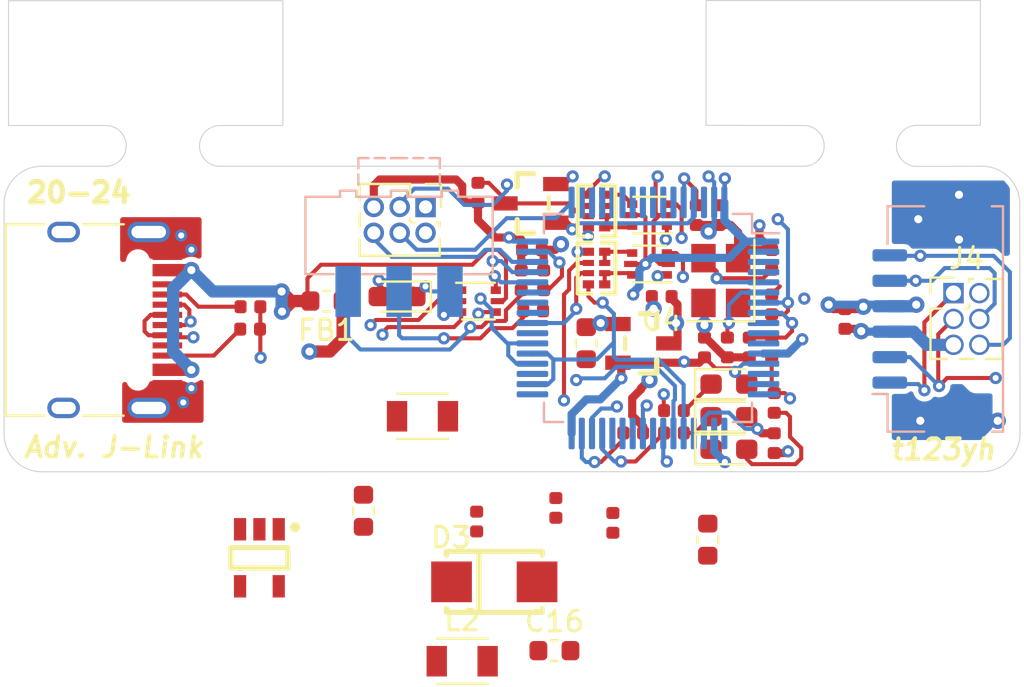
<source format=kicad_pcb>
(kicad_pcb (version 20171130) (host pcbnew 5.1.6)
  (layers (0 F.Cu signal) (1 In1.Cu signal) (2 In2.Cu signal) (31 B.Cu signal) (34 B.Paste user) (35 F.Paste user) (36 B.SilkS user) (37 F.SilkS user) (38 B.Mask user) (39 F.Mask user) (44 Edge.Cuts user))
  (net 0 "")
  (net 1 GND)
  (net 2 "Net-(C1-Pad1)")
  (net 3 "Net-(C2-Pad2)")
  (net 4 STM_NRST)
  (net 5 VBUS)
  (net 6 +3V3)
  (net 7 "Net-(C7-Pad2)")
  (net 8 V_OUT_3.3)
  (net 9 "Net-(C13-Pad2)")
  (net 10 "Net-(C14-Pad1)")
  (net 11 "Net-(D1-Pad1)")
  (net 12 "Net-(D2-Pad1)")
  (net 13 "Net-(J1-PadB8)")
  (net 14 "Net-(J1-PadA5)")
  (net 15 USB_IN_DN)
  (net 16 USB_IN_DP)
  (net 17 "Net-(J1-PadA8)")
  (net 18 "Net-(J1-PadB5)")
  (net 19 STM_SWDIO)
  (net 20 STM_SWCLK)
  (net 21 "Net-(J2-Pad1)")
  (net 22 T_SWCLK_O)
  (net 23 T_SWO_O)
  (net 24 T_SWDIO_O)
  (net 25 T_NRST_O)
  (net 26 TCK1)
  (net 27 "Net-(R1-Pad1)")
  (net 28 "Net-(R2-Pad2)")
  (net 29 TCK2)
  (net 30 LED1)
  (net 31 LED2)
  (net 32 "Net-(R9-Pad2)")
  (net 33 TDO)
  (net 34 TMS2)
  (net 35 "Net-(R17-Pad1)")
  (net 36 TMS1)
  (net 37 "Net-(U1-Pad62)")
  (net 38 "Net-(U1-Pad59)")
  (net 39 "Net-(U1-Pad58)")
  (net 40 "Net-(U1-Pad57)")
  (net 41 "Net-(U1-Pad56)")
  (net 42 "Net-(U1-Pad55)")
  (net 43 "Net-(U1-Pad54)")
  (net 44 "Net-(U1-Pad53)")
  (net 45 "Net-(U1-Pad52)")
  (net 46 "Net-(U1-Pad51)")
  (net 47 "Net-(U1-Pad50)")
  (net 48 USB_DP)
  (net 49 USB_DN)
  (net 50 RST2)
  (net 51 "Net-(U1-Pad42)")
  (net 52 "Net-(U1-Pad41)")
  (net 53 "Net-(U1-Pad35)")
  (net 54 "Net-(U1-Pad33)")
  (net 55 "Net-(U1-Pad28)")
  (net 56 "Net-(U1-Pad27)")
  (net 57 "Net-(U1-Pad26)")
  (net 58 "Net-(U1-Pad24)")
  (net 59 "Net-(U1-Pad20)")
  (net 60 "Net-(U1-Pad17)")
  (net 61 "Net-(U1-Pad16)")
  (net 62 "Net-(U1-Pad15)")
  (net 63 "Net-(U1-Pad14)")
  (net 64 "Net-(U1-Pad11)")
  (net 65 "Net-(U1-Pad10)")
  (net 66 "Net-(U1-Pad9)")
  (net 67 "Net-(U1-Pad4)")
  (net 68 "Net-(U1-Pad3)")
  (net 69 "Net-(U1-Pad2)")
  (net 70 "Net-(FB1-Pad2)")
  (net 71 "Net-(C6-Pad1)")
  (net 72 "Net-(D6-Pad2)")
  (net 73 T_SWDIO_I)
  (net 74 T_SWCLK_I)
  (net 75 "Net-(RN2-Pad6)")
  (net 76 T_SWO_I)
  (net 77 "Net-(RN2-Pad3)")
  (net 78 T_NRST_I)
  (net 79 "Net-(D5-Pad2)")
  (net 80 "Net-(Q1-Pad3)")
  (net 81 RST_PULL)
  (net 82 RST_SENSE)
  (net 83 "Net-(U1-Pad39)")
  (net 84 "Net-(C12-Pad1)")
  (net 85 "Net-(L1-Pad1)")
  (module Package_QFP:LQFP-64_10x10mm_P0.5mm (layer B.Cu) (at 193.825 104.45 180)
    (fp_text reference U1 hide)
    (fp_text value STM32F205RETx)
    (pad 64 smd roundrect (at -3.75 5.675 180) (size 0.3 1.55) (layers B.Cu B.Paste B.Mask) (net 6 +3V3))
    (pad 63 smd roundrect (at -3.25 5.675 180) (size 0.3 1.55) (layers B.Cu B.Paste B.Mask) (net 1 GND))
    (pad 62 smd roundrect (at -2.75 5.675 180) (size 0.3 1.55) (layers B.Cu B.Paste B.Mask) (net 37 "Net-(U1-Pad62)"))
    (pad 61 smd roundrect (at -2.25 5.675 180) (size 0.3 1.55) (layers B.Cu B.Paste B.Mask) (net 81 RST_PULL))
    (pad 60 smd roundrect (at -1.75 5.675 180) (size 0.3 1.55) (layers B.Cu B.Paste B.Mask) (net 35 "Net-(R17-Pad1)"))
    (pad 59 smd roundrect (at -1.25 5.675 180) (size 0.3 1.55) (layers B.Cu B.Paste B.Mask) (net 38 "Net-(U1-Pad59)"))
    (pad 58 smd roundrect (at -0.75 5.675 180) (size 0.3 1.55) (layers B.Cu B.Paste B.Mask) (net 39 "Net-(U1-Pad58)"))
    (pad 57 smd roundrect (at -0.25 5.675 180) (size 0.3 1.55) (layers B.Cu B.Paste B.Mask) (net 40 "Net-(U1-Pad57)"))
    (pad 56 smd roundrect (at 0.25 5.675 180) (size 0.3 1.55) (layers B.Cu B.Paste B.Mask) (net 41 "Net-(U1-Pad56)"))
    (pad 55 smd roundrect (at 0.75 5.675 180) (size 0.3 1.55) (layers B.Cu B.Paste B.Mask) (net 42 "Net-(U1-Pad55)"))
    (pad 54 smd roundrect (at 1.25 5.675 180) (size 0.3 1.55) (layers B.Cu B.Paste B.Mask) (net 43 "Net-(U1-Pad54)"))
    (pad 53 smd roundrect (at 1.75 5.675 180) (size 0.3 1.55) (layers B.Cu B.Paste B.Mask) (net 44 "Net-(U1-Pad53)"))
    (pad 52 smd roundrect (at 2.25 5.675 180) (size 0.3 1.55) (layers B.Cu B.Paste B.Mask) (net 45 "Net-(U1-Pad52)"))
    (pad 51 smd roundrect (at 2.75 5.675 180) (size 0.3 1.55) (layers B.Cu B.Paste B.Mask) (net 46 "Net-(U1-Pad51)"))
    (pad 50 smd roundrect (at 3.25 5.675 180) (size 0.3 1.55) (layers B.Cu B.Paste B.Mask) (net 47 "Net-(U1-Pad50)"))
    (pad 49 smd roundrect (at 3.75 5.675 180) (size 0.3 1.55) (layers B.Cu B.Paste B.Mask) (net 20 STM_SWCLK))
    (pad 48 smd roundrect (at 5.675 3.75 180) (size 1.55 0.3) (layers B.Cu B.Paste B.Mask) (net 6 +3V3))
    (pad 47 smd roundrect (at 5.675 3.25 180) (size 1.55 0.3) (layers B.Cu B.Paste B.Mask) (net 10 "Net-(C14-Pad1)"))
    (pad 46 smd roundrect (at 5.675 2.75 180) (size 1.55 0.3) (layers B.Cu B.Paste B.Mask) (net 19 STM_SWDIO))
    (pad 45 smd roundrect (at 5.675 2.25 180) (size 1.55 0.3) (layers B.Cu B.Paste B.Mask) (net 48 USB_DP))
    (pad 44 smd roundrect (at 5.675 1.75 180) (size 1.55 0.3) (layers B.Cu B.Paste B.Mask) (net 49 USB_DN))
    (pad 43 smd roundrect (at 5.675 1.25 180) (size 1.55 0.3) (layers B.Cu B.Paste B.Mask) (net 50 RST2))
    (pad 42 smd roundrect (at 5.675 0.75 180) (size 1.55 0.3) (layers B.Cu B.Paste B.Mask) (net 51 "Net-(U1-Pad42)"))
    (pad 41 smd roundrect (at 5.675 0.25 180) (size 1.55 0.3) (layers B.Cu B.Paste B.Mask) (net 52 "Net-(U1-Pad41)"))
    (pad 40 smd roundrect (at 5.675 -0.25 180) (size 1.55 0.3) (layers B.Cu B.Paste B.Mask) (net 29 TCK2))
    (pad 39 smd roundrect (at 5.675 -0.75 180) (size 1.55 0.3) (layers B.Cu B.Paste B.Mask) (net 83 "Net-(U1-Pad39)"))
    (pad 38 smd roundrect (at 5.675 -1.25 180) (size 1.55 0.3) (layers B.Cu B.Paste B.Mask) (net 33 TDO))
    (pad 37 smd roundrect (at 5.675 -1.75 180) (size 1.55 0.3) (layers B.Cu B.Paste B.Mask) (net 26 TCK1))
    (pad 36 smd roundrect (at 5.675 -2.25 180) (size 1.55 0.3) (layers B.Cu B.Paste B.Mask) (net 33 TDO))
    (pad 35 smd roundrect (at 5.675 -2.75 180) (size 1.55 0.3) (layers B.Cu B.Paste B.Mask) (net 53 "Net-(U1-Pad35)"))
    (pad 34 smd roundrect (at 5.675 -3.25 180) (size 1.55 0.3) (layers B.Cu B.Paste B.Mask) (net 26 TCK1))
    (pad 33 smd roundrect (at 5.675 -3.75 180) (size 1.55 0.3) (layers B.Cu B.Paste B.Mask) (net 54 "Net-(U1-Pad33)"))
    (pad 32 smd roundrect (at 3.75 -5.675 180) (size 0.3 1.55) (layers B.Cu B.Paste B.Mask) (net 6 +3V3))
    (pad 31 smd roundrect (at 3.25 -5.675 180) (size 0.3 1.55) (layers B.Cu B.Paste B.Mask) (net 9 "Net-(C13-Pad2)"))
    (pad 30 smd roundrect (at 2.75 -5.675 180) (size 0.3 1.55) (layers B.Cu B.Paste B.Mask) (net 31 LED2))
    (pad 29 smd roundrect (at 2.25 -5.675 180) (size 0.3 1.55) (layers B.Cu B.Paste B.Mask) (net 30 LED1))
    (pad 28 smd roundrect (at 1.75 -5.675 180) (size 0.3 1.55) (layers B.Cu B.Paste B.Mask) (net 55 "Net-(U1-Pad28)"))
    (pad 27 smd roundrect (at 1.25 -5.675 180) (size 0.3 1.55) (layers B.Cu B.Paste B.Mask) (net 56 "Net-(U1-Pad27)"))
    (pad 26 smd roundrect (at 0.75 -5.675 180) (size 0.3 1.55) (layers B.Cu B.Paste B.Mask) (net 57 "Net-(U1-Pad26)"))
    (pad 25 smd roundrect (at 0.25 -5.675 180) (size 0.3 1.55) (layers B.Cu B.Paste B.Mask) (net 82 RST_SENSE))
    (pad 24 smd roundrect (at -0.25 -5.675 180) (size 0.3 1.55) (layers B.Cu B.Paste B.Mask) (net 58 "Net-(U1-Pad24)"))
    (pad 23 smd roundrect (at -0.75 -5.675 180) (size 0.3 1.55) (layers B.Cu B.Paste B.Mask) (net 34 TMS2))
    (pad 22 smd roundrect (at -1.25 -5.675 180) (size 0.3 1.55) (layers B.Cu B.Paste B.Mask) (net 36 TMS1))
    (pad 21 smd roundrect (at -1.75 -5.675 180) (size 0.3 1.55) (layers B.Cu B.Paste B.Mask) (net 26 TCK1))
    (pad 20 smd roundrect (at -2.25 -5.675 180) (size 0.3 1.55) (layers B.Cu B.Paste B.Mask) (net 59 "Net-(U1-Pad20)"))
    (pad 19 smd roundrect (at -2.75 -5.675 180) (size 0.3 1.55) (layers B.Cu B.Paste B.Mask) (net 6 +3V3))
    (pad 18 smd roundrect (at -3.25 -5.675 180) (size 0.3 1.55) (layers B.Cu B.Paste B.Mask) (net 1 GND))
    (pad 17 smd roundrect (at -3.75 -5.675 180) (size 0.3 1.55) (layers B.Cu B.Paste B.Mask) (net 60 "Net-(U1-Pad17)"))
    (pad 16 smd roundrect (at -5.675 -3.75 180) (size 1.55 0.3) (layers B.Cu B.Paste B.Mask) (net 61 "Net-(U1-Pad16)"))
    (pad 15 smd roundrect (at -5.675 -3.25 180) (size 1.55 0.3) (layers B.Cu B.Paste B.Mask) (net 62 "Net-(U1-Pad15)"))
    (pad 14 smd roundrect (at -5.675 -2.75 180) (size 1.55 0.3) (layers B.Cu B.Paste B.Mask) (net 63 "Net-(U1-Pad14)"))
    (pad 13 smd roundrect (at -5.675 -2.25 180) (size 1.55 0.3) (layers B.Cu B.Paste B.Mask) (net 6 +3V3))
    (pad 12 smd roundrect (at -5.675 -1.75 180) (size 1.55 0.3) (layers B.Cu B.Paste B.Mask) (net 1 GND))
    (pad 11 smd roundrect (at -5.675 -1.25 180) (size 1.55 0.3) (layers B.Cu B.Paste B.Mask) (net 64 "Net-(U1-Pad11)"))
    (pad 10 smd roundrect (at -5.675 -0.75 180) (size 1.55 0.3) (layers B.Cu B.Paste B.Mask) (net 65 "Net-(U1-Pad10)"))
    (pad 9 smd roundrect (at -5.675 -0.25 180) (size 1.55 0.3) (layers B.Cu B.Paste B.Mask) (net 66 "Net-(U1-Pad9)"))
    (pad 8 smd roundrect (at -5.675 0.25 180) (size 1.55 0.3) (layers B.Cu B.Paste B.Mask) (net 28 "Net-(R2-Pad2)"))
    (pad 7 smd roundrect (at -5.675 0.75 180) (size 1.55 0.3) (layers B.Cu B.Paste B.Mask) (net 4 STM_NRST))
    (pad 6 smd roundrect (at -5.675 1.25 180) (size 1.55 0.3) (layers B.Cu B.Paste B.Mask) (net 2 "Net-(C1-Pad1)"))
    (pad 5 smd roundrect (at -5.675 1.75 180) (size 1.55 0.3) (layers B.Cu B.Paste B.Mask) (net 3 "Net-(C2-Pad2)"))
    (pad 4 smd roundrect (at -5.675 2.25 180) (size 1.55 0.3) (layers B.Cu B.Paste B.Mask) (net 67 "Net-(U1-Pad4)"))
    (pad 3 smd roundrect (at -5.675 2.75 180) (size 1.55 0.3) (layers B.Cu B.Paste B.Mask) (net 68 "Net-(U1-Pad3)"))
    (pad 2 smd roundrect (at -5.675 3.25 180) (size 1.55 0.3) (layers B.Cu B.Paste B.Mask) (net 69 "Net-(U1-Pad2)"))
    (pad 1 smd roundrect (at -5.675 3.75 180) (size 1.55 0.3) (layers B.Cu B.Paste B.Mask) (net 6 +3V3))
  )
  (module Capacitor_SMD:C_0402_1005Metric (layer F.Cu) (at 194.5 103.4 180)
    (fp_text reference C4 (at 0 -1.17) (layer F.SilkS))
    (fp_text value 1uF)
    (pad 2 smd roundrect (at 0.485 0 180) (size 0.59 0.64) (layers F.Cu F.Paste F.Mask) (net 1 GND))
    (pad 1 smd roundrect (at -0.485 0 180) (size 0.59 0.64) (layers F.Cu F.Paste F.Mask) (net 5 VBUS))
  )
  (module Capacitor_SMD:C_0603_1608Metric (layer F.Cu) (at 179.85 113.9225 90)
    (fp_text reference C6 hide)
    (fp_text value 10uF)
    (pad 2 smd roundrect (at 0.7875 0 90) (size 0.875 0.95) (layers F.Cu F.Paste F.Mask) (net 1 GND))
    (pad 1 smd roundrect (at -0.7875 0 90) (size 0.875 0.95) (layers F.Cu F.Paste F.Mask) (net 71 "Net-(C6-Pad1)"))
  )
  (module lc:SOT-23-5 (layer F.Cu) (at 174.74 116.23 90)
    (fp_text reference U4 hide)
    (fp_text value GM9038)
    (pad 5 smd rect (at -1.4 0.95) (size 0.6 1.1) (layers F.Cu F.Paste F.Mask) (net 7 "Net-(C7-Pad2)"))
    (pad 4 smd rect (at -1.4 -0.95) (size 0.6 1.1) (layers F.Cu F.Paste F.Mask) (net 71 "Net-(C6-Pad1)"))
    (pad 3 smd rect (at 1.4 -0.95) (size 0.6 1.1) (layers F.Cu F.Paste F.Mask) (net 85 "Net-(L1-Pad1)"))
    (pad 2 smd rect (at 1.4 0) (size 0.6 1.1) (layers F.Cu F.Paste F.Mask) (net 1 GND))
    (pad 1 smd rect (at 1.4 0.95) (size 0.6 1.1) (layers F.Cu F.Paste F.Mask) (net 27 "Net-(R1-Pad1)"))
  )
  (module Inductor_SMD:L_TDK_NLV25_2.5x2.0mm (layer F.Cu) (at 184.7 121.31)
    (fp_text reference L2 (at 0 -2) (layer F.SilkS))
    (fp_text value DFE252012P-2R2M)
    (pad 2 smd rect (at 1.25 0) (size 1 1.5) (layers F.Cu F.Paste F.Mask) (net 8 V_OUT_3.3))
    (pad 1 smd rect (at -1.25 0) (size 1 1.5) (layers F.Cu F.Paste F.Mask) (net 84 "Net-(C12-Pad1)"))
  )
  (module Inductor_SMD:L_0603_1608Metric (layer F.Cu) (at 178.0375 103.62 180)
    (fp_text reference FB1 (at 0 -1.43) (layer F.SilkS))
    (fp_text value Ferrite_Bead_Small)
    (pad 2 smd roundrect (at 0.7875 0 180) (size 0.875 0.95) (layers F.Cu F.Paste F.Mask) (net 70 "Net-(FB1-Pad2)"))
    (pad 1 smd roundrect (at -0.7875 0 180) (size 0.875 0.95) (layers F.Cu F.Paste F.Mask) (net 5 VBUS))
  )
  (module "lc:SMA(DO-214AC)_S1" (layer F.Cu) (at 186.2766 117.412)
    (fp_text reference D3 (at -2.125219 -2.176276) (layer F.SilkS))
    (fp_text value SS34)
    (pad 2 smd rect (at -2.1 0 270) (size 2 2) (layers F.Cu F.Paste F.Mask) (net 5 VBUS))
    (pad 1 smd rect (at 2.1 0 270) (size 2 2) (layers F.Cu F.Paste F.Mask) (net 71 "Net-(C6-Pad1)"))
  )
  (module Capacitor_SMD:C_0603_1608Metric (layer F.Cu) (at 189.23 120.79)
    (fp_text reference C16 (at 0 -1.43) (layer F.SilkS))
    (fp_text value 4.7uF)
    (pad 2 smd roundrect (at 0.7875 0) (size 0.875 0.95) (layers F.Cu F.Paste F.Mask) (net 1 GND))
    (pad 1 smd roundrect (at -0.7875 0) (size 0.875 0.95) (layers F.Cu F.Paste F.Mask) (net 8 V_OUT_3.3))
  )
  (module Capacitor_SMD:C_0402_1005Metric (layer F.Cu) (at 185.41 114.45 270)
    (fp_text reference C7 hide)
    (fp_text value 33pF)
    (pad 2 smd roundrect (at 0.485 0 270) (size 0.59 0.64) (layers F.Cu F.Paste F.Mask) (net 7 "Net-(C7-Pad2)"))
    (pad 1 smd roundrect (at -0.485 0 270) (size 0.59 0.64) (layers F.Cu F.Paste F.Mask) (net 84 "Net-(C12-Pad1)"))
  )
  (module Capacitor_SMD:C_0603_1608Metric (layer F.Cu) (at 190.79 105.69 90)
    (fp_text reference C5 hide)
    (fp_text value 4.7uF)
    (pad 2 smd roundrect (at 0.7875 0 90) (size 0.875 0.95) (layers F.Cu F.Paste F.Mask) (net 1 GND))
    (pad 1 smd roundrect (at -0.7875 0 90) (size 0.875 0.95) (layers F.Cu F.Paste F.Mask) (net 6 +3V3))
  )
  (module "lc:SOT-23(SOT-23-3)" (layer F.Cu) (at 193.6 105.7 180)
    (fp_text reference U2 hide)
    (fp_text value XC6206P332MR)
    (pad 3 smd rect (at -1.25 0 90) (size 0.7 1.25) (layers F.Cu F.Paste F.Mask) (net 5 VBUS))
    (pad 2 smd rect (at 1.25 -0.95 90) (size 0.7 1.25) (layers F.Cu F.Paste F.Mask) (net 6 +3V3))
    (pad 1 smd rect (at 1.25 0.95 90) (size 0.7 1.25) (layers F.Cu F.Paste F.Mask) (net 1 GND))
  )
  (module Resistor_SMD:R_0402_1005Metric (layer F.Cu) (at 185.475 98.3 270)
    (fp_text reference R6 hide)
    (fp_text value 10k)
    (pad 2 smd roundrect (at 0.485 0 270) (size 0.59 0.64) (layers F.Cu F.Paste F.Mask) (net 6 +3V3))
    (pad 1 smd roundrect (at -0.485 0 270) (size 0.59 0.64) (layers F.Cu F.Paste F.Mask) (net 80 "Net-(Q1-Pad3)"))
  )
  (module "lc:SOT-23(SOT-23-3)" (layer F.Cu) (at 188.05 98.825)
    (fp_text reference Q1 hide)
    (fp_text value S8050)
    (pad 3 smd rect (at -1.25 0 270) (size 0.7 1.25) (layers F.Cu F.Paste F.Mask) (net 80 "Net-(Q1-Pad3)"))
    (pad 2 smd rect (at 1.25 -0.95 270) (size 0.7 1.25) (layers F.Cu F.Paste F.Mask) (net 1 GND))
    (pad 1 smd rect (at 1.25 0.95 270) (size 0.7 1.25) (layers F.Cu F.Paste F.Mask) (net 81 RST_PULL))
  )
  (module Capacitor_SMD:C_0402_1005Metric (layer F.Cu) (at 203.5 104.5 90)
    (fp_text reference C15 hide)
    (fp_text value 100nF)
    (pad 2 smd roundrect (at 0.485 0 90) (size 0.59 0.64) (layers F.Cu F.Paste F.Mask) (net 1 GND))
    (pad 1 smd roundrect (at -0.485 0 90) (size 0.59 0.64) (layers F.Cu F.Paste F.Mask) (net 8 V_OUT_3.3))
  )
  (module Resistor_SMD:R_0402_1005Metric (layer F.Cu) (at 200.025 108.625 90)
    (fp_text reference R16 hide)
    (fp_text value 1.5k)
    (pad 2 smd roundrect (at 0.485 0 90) (size 0.59 0.64) (layers F.Cu F.Paste F.Mask) (net 8 V_OUT_3.3))
    (pad 1 smd roundrect (at -0.485 0 90) (size 0.59 0.64) (layers F.Cu F.Paste F.Mask) (net 79 "Net-(D5-Pad2)"))
  )
  (module lc:0402_RX4 (layer F.Cu) (at 191.3 102 90)
    (fp_text reference RN1 hide)
    (fp_text value 100×4)
    (pad 8 smd rect (at -0.8 -0.4 180) (size 0.55 0.4) (layers F.Cu F.Paste F.Mask) (net 26 TCK1))
    (pad 7 smd rect (at -0.25 -0.4 180) (size 0.55 0.3) (layers F.Cu F.Paste F.Mask) (net 29 TCK2))
    (pad 6 smd rect (at 0.25 -0.4 180) (size 0.55 0.3) (layers F.Cu F.Paste F.Mask) (net 34 TMS2))
    (pad 5 smd rect (at 0.8 -0.4 180) (size 0.55 0.4) (layers F.Cu F.Paste F.Mask) (net 36 TMS1))
    (pad 4 smd rect (at 0.8 0.4 180) (size 0.55 0.4) (layers F.Cu F.Paste F.Mask) (net 73 T_SWDIO_I))
    (pad 3 smd rect (at 0.25 0.4 180) (size 0.55 0.3) (layers F.Cu F.Paste F.Mask) (net 73 T_SWDIO_I))
    (pad 2 smd rect (at -0.25 0.4 180) (size 0.55 0.3) (layers F.Cu F.Paste F.Mask) (net 74 T_SWCLK_I))
    (pad 1 smd rect (at -0.8 0.4 180) (size 0.55 0.4) (layers F.Cu F.Paste F.Mask) (net 74 T_SWCLK_I))
  )
  (module Package_TO_SOT_SMD:SOT-666 (layer F.Cu) (at 185.5 103.625)
    (fp_text reference U3 hide)
    (fp_text value USBLC6-2P6)
    (pad 6 smd rect (at 0.85 -0.5375) (size 0.5 0.375) (layers F.Cu F.Paste F.Mask) (net 49 USB_DN))
    (pad 4 smd rect (at 0.85 0.5375) (size 0.5 0.375) (layers F.Cu F.Paste F.Mask) (net 48 USB_DP))
    (pad 2 smd rect (at -0.925 0) (size 0.65 0.3) (layers F.Cu F.Paste F.Mask) (net 1 GND))
    (pad 5 smd rect (at 0.925 0) (size 0.65 0.3) (layers F.Cu F.Paste F.Mask) (net 70 "Net-(FB1-Pad2)"))
    (pad 3 smd rect (at -0.85 0.5375) (size 0.5 0.375) (layers F.Cu F.Paste F.Mask) (net 16 USB_IN_DP))
    (pad 1 smd rect (at -0.85 -0.5375) (size 0.5 0.375) (layers F.Cu F.Paste F.Mask) (net 15 USB_IN_DN))
  )
  (module Connector_USB:USB_C_Receptacle_HRO_TYPE-C-31-M-12 (layer F.Cu) (at 166.175 104.55 270)
    (fp_text reference J1 hide)
    (fp_text value USB_C_Receptacle)
    (pad B1 smd rect (at 3.25 -4.045 270) (size 0.6 1.45) (layers F.Cu F.Paste F.Mask) (net 1 GND))
    (pad A9 smd rect (at 2.45 -4.045 270) (size 0.6 1.45) (layers F.Cu F.Paste F.Mask) (net 70 "Net-(FB1-Pad2)"))
    (pad B9 smd rect (at -2.45 -4.045 270) (size 0.6 1.45) (layers F.Cu F.Paste F.Mask) (net 70 "Net-(FB1-Pad2)"))
    (pad B12 smd rect (at -3.25 -4.045 270) (size 0.6 1.45) (layers F.Cu F.Paste F.Mask) (net 1 GND))
    (pad A1 smd rect (at -3.25 -4.045 270) (size 0.6 1.45) (layers F.Cu F.Paste F.Mask) (net 1 GND))
    (pad A4 smd rect (at -2.45 -4.045 270) (size 0.6 1.45) (layers F.Cu F.Paste F.Mask) (net 70 "Net-(FB1-Pad2)"))
    (pad B4 smd rect (at 2.45 -4.045 270) (size 0.6 1.45) (layers F.Cu F.Paste F.Mask) (net 70 "Net-(FB1-Pad2)"))
    (pad A12 smd rect (at 3.25 -4.045 270) (size 0.6 1.45) (layers F.Cu F.Paste F.Mask) (net 1 GND))
    (pad B8 smd rect (at -1.75 -4.045 270) (size 0.3 1.45) (layers F.Cu F.Paste F.Mask) (net 13 "Net-(J1-PadB8)"))
    (pad A5 smd rect (at -1.25 -4.045 270) (size 0.3 1.45) (layers F.Cu F.Paste F.Mask) (net 14 "Net-(J1-PadA5)"))
    (pad B7 smd rect (at -0.75 -4.045 270) (size 0.3 1.45) (layers F.Cu F.Paste F.Mask) (net 15 USB_IN_DN))
    (pad A7 smd rect (at 0.25 -4.045 270) (size 0.3 1.45) (layers F.Cu F.Paste F.Mask) (net 15 USB_IN_DN))
    (pad B6 smd rect (at 0.75 -4.045 270) (size 0.3 1.45) (layers F.Cu F.Paste F.Mask) (net 16 USB_IN_DP))
    (pad A8 smd rect (at 1.25 -4.045 270) (size 0.3 1.45) (layers F.Cu F.Paste F.Mask) (net 17 "Net-(J1-PadA8)"))
    (pad B5 smd rect (at 1.75 -4.045 270) (size 0.3 1.45) (layers F.Cu F.Paste F.Mask) (net 18 "Net-(J1-PadB5)"))
    (pad A6 smd rect (at -0.25 -4.045 270) (size 0.3 1.45) (layers F.Cu F.Paste F.Mask) (net 16 USB_IN_DP))
    (pad S1 thru_hole oval (at 4.32 -3.13 270) (size 1 2.1) (drill oval 0.6 1.7) (layers *.Cu *.Mask) (net 1 GND))
    (pad S1 thru_hole oval (at -4.32 -3.13 270) (size 1 2.1) (drill oval 0.6 1.7) (layers *.Cu *.Mask) (net 1 GND))
    (pad "" np_thru_hole circle (at -2.89 -2.6 270) (size 0.65 0.65) (drill 0.65) (layers *.Cu *.Mask))
    (pad S1 thru_hole oval (at -4.32 1.05 270) (size 1 1.6) (drill oval 0.6 1.2) (layers *.Cu *.Mask) (net 1 GND))
    (pad "" np_thru_hole circle (at 2.89 -2.6 270) (size 0.65 0.65) (drill 0.65) (layers *.Cu *.Mask))
    (pad S1 thru_hole oval (at 4.32 1.05 270) (size 1 1.6) (drill oval 0.6 1.2) (layers *.Cu *.Mask) (net 1 GND))
  )
  (module Resistor_SMD:R_0402_1005Metric (layer F.Cu) (at 199.9 105.9 90)
    (fp_text reference R3 hide)
    (fp_text value 10k)
    (pad 2 smd roundrect (at 0.485 0 90) (size 0.59 0.64) (layers F.Cu F.Paste F.Mask) (net 28 "Net-(R2-Pad2)"))
    (pad 1 smd roundrect (at -0.485 0 90) (size 0.59 0.64) (layers F.Cu F.Paste F.Mask) (net 8 V_OUT_3.3))
  )
  (module Resistor_SMD:R_0402_1005Metric (layer F.Cu) (at 174.285 105 180)
    (fp_text reference R5 hide)
    (fp_text value 5.1k)
    (pad 2 smd roundrect (at 0.485 0 180) (size 0.59 0.64) (layers F.Cu F.Paste F.Mask) (net 18 "Net-(J1-PadB5)"))
    (pad 1 smd roundrect (at -0.485 0 180) (size 0.59 0.64) (layers F.Cu F.Paste F.Mask) (net 1 GND))
  )
  (module MountingHole:MountingHole_2.5mm (layer F.Cu) (at 174.25 108.425)
    (fp_text reference H4 hide)
    (fp_text value MountingHole)
    (pad 1 np_thru_hole circle (at 0 0) (size 2.5 2.5) (drill 2.5) (layers *.Cu *.Mask))
  )
  (module MountingHole:MountingHole_2.5mm (layer F.Cu) (at 174.25 100.425)
    (fp_text reference H3 hide)
    (fp_text value MountingHole)
    (pad 1 np_thru_hole circle (at 0 0) (size 2.5 2.5) (drill 2.5) (layers *.Cu *.Mask))
  )
  (module MountingHole:MountingHole_2.5mm (layer F.Cu) (at 203.275 108.725)
    (fp_text reference H2 hide)
    (fp_text value MountingHole)
    (pad 1 np_thru_hole circle (at 0 0) (size 2.5 2.5) (drill 2.5) (layers *.Cu *.Mask))
  )
  (module MountingHole:MountingHole_2.5mm (layer F.Cu) (at 203.275 100.4)
    (fp_text reference H1 hide)
    (fp_text value MountingHole)
    (pad 1 np_thru_hole circle (at 0 0) (size 2.5 2.5) (drill 2.5) (layers *.Cu *.Mask))
  )
  (module lc:0402_RX4 (layer F.Cu) (at 191.3 99.2 90)
    (fp_text reference RN2 hide)
    (fp_text value 100×4)
    (pad 8 smd rect (at -0.8 -0.4 180) (size 0.55 0.4) (layers F.Cu F.Paste F.Mask) (net 82 RST_SENSE))
    (pad 7 smd rect (at -0.25 -0.4 180) (size 0.55 0.3) (layers F.Cu F.Paste F.Mask) (net 80 "Net-(Q1-Pad3)"))
    (pad 6 smd rect (at 0.25 -0.4 180) (size 0.55 0.3) (layers F.Cu F.Paste F.Mask) (net 75 "Net-(RN2-Pad6)"))
    (pad 5 smd rect (at 0.8 -0.4 180) (size 0.55 0.4) (layers F.Cu F.Paste F.Mask) (net 33 TDO))
    (pad 4 smd rect (at 0.8 0.4 180) (size 0.55 0.4) (layers F.Cu F.Paste F.Mask) (net 76 T_SWO_I))
    (pad 3 smd rect (at 0.25 0.4 180) (size 0.55 0.3) (layers F.Cu F.Paste F.Mask) (net 77 "Net-(RN2-Pad3)"))
    (pad 2 smd rect (at -0.25 0.4 180) (size 0.55 0.3) (layers F.Cu F.Paste F.Mask) (net 78 T_NRST_I))
    (pad 1 smd rect (at -0.8 0.4 180) (size 0.55 0.4) (layers F.Cu F.Paste F.Mask) (net 78 T_NRST_I))
  )
  (module Resistor_SMD:R_0402_1005Metric (layer F.Cu) (at 196.2 99.4 270)
    (fp_text reference R17 hide)
    (fp_text value 100k)
    (pad 2 smd roundrect (at 0.485 0 270) (size 0.59 0.64) (layers F.Cu F.Paste F.Mask) (net 1 GND))
    (pad 1 smd roundrect (at -0.485 0 270) (size 0.59 0.64) (layers F.Cu F.Paste F.Mask) (net 35 "Net-(R17-Pad1)"))
  )
  (module Resistor_SMD:R_0402_1005Metric (layer F.Cu) (at 192.1 114.515 270)
    (fp_text reference R15 hide)
    (fp_text value 15k)
    (pad 2 smd roundrect (at 0.485 0 270) (size 0.59 0.64) (layers F.Cu F.Paste F.Mask) (net 7 "Net-(C7-Pad2)"))
    (pad 1 smd roundrect (at -0.485 0 270) (size 0.59 0.64) (layers F.Cu F.Paste F.Mask) (net 1 GND))
  )
  (module Resistor_SMD:R_0402_1005Metric (layer F.Cu) (at 189.3 113.78 90)
    (fp_text reference R14 hide)
    (fp_text value 68k)
    (pad 2 smd roundrect (at 0.485 0 90) (size 0.59 0.64) (layers F.Cu F.Paste F.Mask) (net 84 "Net-(C12-Pad1)"))
    (pad 1 smd roundrect (at -0.485 0 90) (size 0.59 0.64) (layers F.Cu F.Paste F.Mask) (net 7 "Net-(C7-Pad2)"))
  )
  (module Resistor_SMD:R_0402_1005Metric (layer F.Cu) (at 187.6 102.6 270)
    (fp_text reference R9 hide)
    (fp_text value 1.5k)
    (pad 2 smd roundrect (at 0.485 0 270) (size 0.59 0.64) (layers F.Cu F.Paste F.Mask) (net 32 "Net-(R9-Pad2)"))
    (pad 1 smd roundrect (at -0.485 0 270) (size 0.59 0.64) (layers F.Cu F.Paste F.Mask) (net 6 +3V3))
  )
  (module Resistor_SMD:R_0402_1005Metric (layer F.Cu) (at 195.1 109 180)
    (fp_text reference R8 hide)
    (fp_text value 2.2k)
    (pad 2 smd roundrect (at 0.485 0 180) (size 0.59 0.64) (layers F.Cu F.Paste F.Mask) (net 31 LED2))
    (pad 1 smd roundrect (at -0.485 0 180) (size 0.59 0.64) (layers F.Cu F.Paste F.Mask) (net 12 "Net-(D2-Pad1)"))
  )
  (module Resistor_SMD:R_0402_1005Metric (layer F.Cu) (at 195.1 110.1 180)
    (fp_text reference R7 hide)
    (fp_text value 2.2k)
    (pad 2 smd roundrect (at 0.485 0 180) (size 0.59 0.64) (layers F.Cu F.Paste F.Mask) (net 30 LED1))
    (pad 1 smd roundrect (at -0.485 0 180) (size 0.59 0.64) (layers F.Cu F.Paste F.Mask) (net 11 "Net-(D1-Pad1)"))
  )
  (module Resistor_SMD:R_0402_1005Metric (layer F.Cu) (at 174.3 103.9 180)
    (fp_text reference R4 hide)
    (fp_text value 5.1k)
    (pad 2 smd roundrect (at 0.485 0 180) (size 0.59 0.64) (layers F.Cu F.Paste F.Mask) (net 14 "Net-(J1-PadA5)"))
    (pad 1 smd roundrect (at -0.485 0 180) (size 0.59 0.64) (layers F.Cu F.Paste F.Mask) (net 1 GND))
  )
  (module Resistor_SMD:R_0402_1005Metric (layer F.Cu) (at 198.8 105.9 90)
    (fp_text reference R2 hide)
    (fp_text value 10k)
    (pad 2 smd roundrect (at 0.485 0 90) (size 0.59 0.64) (layers F.Cu F.Paste F.Mask) (net 28 "Net-(R2-Pad2)"))
    (pad 1 smd roundrect (at -0.485 0 90) (size 0.59 0.64) (layers F.Cu F.Paste F.Mask) (net 1 GND))
  )
  (module Resistor_SMD:R_0402_1005Metric (layer F.Cu) (at 188.185 104.1 180)
    (fp_text reference R1 hide)
    (fp_text value 39k)
    (pad 2 smd roundrect (at 0.485 0 180) (size 0.59 0.64) (layers F.Cu F.Paste F.Mask) (net 72 "Net-(D6-Pad2)"))
    (pad 1 smd roundrect (at -0.485 0 180) (size 0.59 0.64) (layers F.Cu F.Paste F.Mask) (net 27 "Net-(R1-Pad1)"))
  )
  (module Connector_PinHeader_1.27mm:PinHeader_2x03_P1.27mm_Vertical (layer F.Cu) (at 208.83 103.23)
    (fp_text reference J4 (at 0.635 -1.695) (layer F.SilkS))
    (fp_text value Conn_02x03_Odd_Even)
    (pad 1 thru_hole rect (at 0 0) (size 1 1) (drill 0.75) (layers *.Cu *.Mask) (net 23 T_SWO_O))
    (pad 2 thru_hole oval (at 1.27 0) (size 1 1) (drill 0.75) (layers *.Cu *.Mask) (net 1 GND))
    (pad 3 thru_hole oval (at 0 1.27) (size 1 1) (drill 0.75) (layers *.Cu *.Mask) (net 25 T_NRST_O))
    (pad 4 thru_hole oval (at 1.27 1.27) (size 1 1) (drill 0.75) (layers *.Cu *.Mask) (net 22 T_SWCLK_O))
    (pad 5 thru_hole oval (at 0 2.54) (size 1 1) (drill 0.75) (layers *.Cu *.Mask) (net 8 V_OUT_3.3))
    (pad 6 thru_hole oval (at 1.27 2.54) (size 1 1) (drill 0.75) (layers *.Cu *.Mask) (net 24 T_SWDIO_O))
  )
  (module Connector_Molex:Molex_CLIK-Mate_502382-0670_1x06-1MP_P1.25mm_Vertical (layer B.Cu) (at 207.65 104.5 90)
    (fp_text reference J3 hide)
    (fp_text value Conn_01x06)
    (pad MP smd roundrect (at 4.975 1.4 90) (size 1 2.8) (layers B.Cu B.Paste B.Mask) (net 1 GND))
    (pad MP smd roundrect (at -4.975 1.4 90) (size 1 2.8) (layers B.Cu B.Paste B.Mask) (net 1 GND))
    (pad 6 smd roundrect (at 3.125 -1.95 90) (size 0.6 1.7) (layers B.Cu B.Paste B.Mask) (net 24 T_SWDIO_O))
    (pad 5 smd roundrect (at 1.875 -1.95 90) (size 0.6 1.7) (layers B.Cu B.Paste B.Mask) (net 22 T_SWCLK_O))
    (pad 4 smd roundrect (at 0.625 -1.95 90) (size 0.6 1.7) (layers B.Cu B.Paste B.Mask) (net 1 GND))
    (pad 3 smd roundrect (at -0.625 -1.95 90) (size 0.6 1.7) (layers B.Cu B.Paste B.Mask) (net 8 V_OUT_3.3))
    (pad 2 smd roundrect (at -1.875 -1.95 90) (size 0.6 1.7) (layers B.Cu B.Paste B.Mask) (net 25 T_NRST_O))
    (pad 1 smd roundrect (at -3.125 -1.95 90) (size 0.6 1.7) (layers B.Cu B.Paste B.Mask) (net 23 T_SWO_O))
  )
  (module LED_SMD:LED_0603_1608Metric_Pad1.05x0.95mm_HandSolder (layer F.Cu) (at 181.5 103.4 180)
    (fp_text reference D6 hide)
    (fp_text value LED_Blue)
    (pad 2 smd roundrect (at 0.875 0 180) (size 1.05 0.95) (layers F.Cu F.Paste F.Mask) (net 72 "Net-(D6-Pad2)"))
    (pad 1 smd roundrect (at -0.875 0 180) (size 1.05 0.95) (layers F.Cu F.Paste F.Mask) (net 1 GND))
  )
  (module Capacitor_SMD:C_0402_1005Metric (layer F.Cu) (at 188.7 102.6 90)
    (fp_text reference C14 hide)
    (fp_text value 2.2uF)
    (pad 2 smd roundrect (at 0.485 0 90) (size 0.59 0.64) (layers F.Cu F.Paste F.Mask) (net 1 GND))
    (pad 1 smd roundrect (at -0.485 0 90) (size 0.59 0.64) (layers F.Cu F.Paste F.Mask) (net 10 "Net-(C14-Pad1)"))
  )
  (module Capacitor_SMD:C_0402_1005Metric (layer F.Cu) (at 193.1 110.1 180)
    (fp_text reference C13 hide)
    (fp_text value 2.2uF)
    (pad 2 smd roundrect (at 0.485 0 180) (size 0.59 0.64) (layers F.Cu F.Paste F.Mask) (net 9 "Net-(C13-Pad2)"))
    (pad 1 smd roundrect (at -0.485 0 180) (size 0.59 0.64) (layers F.Cu F.Paste F.Mask) (net 1 GND))
  )
  (module Capacitor_SMD:C_0402_1005Metric (layer F.Cu) (at 200.025 110.6 270)
    (fp_text reference C11 hide)
    (fp_text value 100nF)
    (pad 2 smd roundrect (at 0.485 0 270) (size 0.59 0.64) (layers F.Cu F.Paste F.Mask) (net 1 GND))
    (pad 1 smd roundrect (at -0.485 0 270) (size 0.59 0.64) (layers F.Cu F.Paste F.Mask) (net 6 +3V3))
  )
  (module Capacitor_SMD:C_0402_1005Metric (layer F.Cu) (at 196.6 105.9 90)
    (fp_text reference C10 hide)
    (fp_text value 100nF)
    (pad 2 smd roundrect (at 0.485 0 90) (size 0.59 0.64) (layers F.Cu F.Paste F.Mask) (net 1 GND))
    (pad 1 smd roundrect (at -0.485 0 90) (size 0.59 0.64) (layers F.Cu F.Paste F.Mask) (net 6 +3V3))
  )
  (module Capacitor_SMD:C_0402_1005Metric (layer F.Cu) (at 188.125 101.1)
    (fp_text reference C9 hide)
    (fp_text value 100nF)
    (pad 2 smd roundrect (at 0.485 0) (size 0.59 0.64) (layers F.Cu F.Paste F.Mask) (net 1 GND))
    (pad 1 smd roundrect (at -0.485 0) (size 0.59 0.64) (layers F.Cu F.Paste F.Mask) (net 6 +3V3))
  )
  (module Capacitor_SMD:C_0402_1005Metric (layer F.Cu) (at 197.3 99.4 270)
    (fp_text reference C8 hide)
    (fp_text value 100nF)
    (pad 2 smd roundrect (at 0.485 0 270) (size 0.59 0.64) (layers F.Cu F.Paste F.Mask) (net 1 GND))
    (pad 1 smd roundrect (at -0.485 0 270) (size 0.59 0.64) (layers F.Cu F.Paste F.Mask) (net 6 +3V3))
  )
  (module Capacitor_SMD:C_0402_1005Metric (layer F.Cu) (at 199.9 103.785 270)
    (fp_text reference C3 hide)
    (fp_text value 100nF)
    (pad 2 smd roundrect (at 0.485 0 270) (size 0.59 0.64) (layers F.Cu F.Paste F.Mask) (net 4 STM_NRST))
    (pad 1 smd roundrect (at -0.485 0 270) (size 0.59 0.64) (layers F.Cu F.Paste F.Mask) (net 1 GND))
  )
  (module Capacitor_SMD:C_0402_1005Metric (layer F.Cu) (at 199.9 101.6 270)
    (fp_text reference C2 hide)
    (fp_text value 33pF)
    (pad 2 smd roundrect (at 0.485 0 270) (size 0.59 0.64) (layers F.Cu F.Paste F.Mask) (net 3 "Net-(C2-Pad2)"))
    (pad 1 smd roundrect (at -0.485 0 270) (size 0.59 0.64) (layers F.Cu F.Paste F.Mask) (net 1 GND))
  )
  (module Capacitor_SMD:C_0402_1005Metric (layer F.Cu) (at 197.725 105.9 270)
    (fp_text reference C1 hide)
    (fp_text value 33pF)
    (pad 2 smd roundrect (at 0.485 0 270) (size 0.59 0.64) (layers F.Cu F.Paste F.Mask) (net 1 GND))
    (pad 1 smd roundrect (at -0.485 0 270) (size 0.59 0.64) (layers F.Cu F.Paste F.Mask) (net 2 "Net-(C1-Pad1)"))
  )
  (module Crystal:Crystal_SMD_3225-4Pin_3.2x2.5mm (layer F.Cu) (at 197.4 102.61322 90)
    (fp_text reference Y1 hide)
    (fp_text value X322512MSB4SI)
    (pad 4 smd rect (at -1.1 -0.85 90) (size 1.4 1.2) (layers F.Cu F.Paste F.Mask) (net 1 GND))
    (pad 3 smd rect (at 1.1 -0.85 90) (size 1.4 1.2) (layers F.Cu F.Paste F.Mask) (net 3 "Net-(C2-Pad2)"))
    (pad 2 smd rect (at 1.1 0.85 90) (size 1.4 1.2) (layers F.Cu F.Paste F.Mask) (net 1 GND))
    (pad 1 smd rect (at -1.1 0.85 90) (size 1.4 1.2) (layers F.Cu F.Paste F.Mask) (net 2 "Net-(C1-Pad1)"))
  )
  (module Capacitor_SMD:C_0603_1608Metric (layer F.Cu) (at 196.76 115.34 90)
    (fp_text reference C12 hide)
    (fp_text value 22uF)
    (pad 2 smd roundrect (at 0.7875 0 90) (size 0.875 0.95) (layers F.Cu F.Paste F.Mask) (net 1 GND))
    (pad 1 smd roundrect (at -0.7875 0 90) (size 0.875 0.95) (layers F.Cu F.Paste F.Mask) (net 84 "Net-(C12-Pad1)"))
  )
  (module Package_TO_SOT_SMD:SOT-666 (layer F.Cu) (at 193.9 101.8 180)
    (fp_text reference U6 hide)
    (fp_text value USBLC6-2P6)
    (pad 6 smd rect (at 0.85 -0.5375 180) (size 0.5 0.375) (layers F.Cu F.Paste F.Mask) (net 74 T_SWCLK_I))
    (pad 4 smd rect (at 0.85 0.5375 180) (size 0.5 0.375) (layers F.Cu F.Paste F.Mask) (net 73 T_SWDIO_I))
    (pad 2 smd rect (at -0.925 0 180) (size 0.65 0.3) (layers F.Cu F.Paste F.Mask) (net 1 GND))
    (pad 5 smd rect (at 0.925 0 180) (size 0.65 0.3) (layers F.Cu F.Paste F.Mask) (net 6 +3V3))
    (pad 3 smd rect (at -0.85 0.5375 180) (size 0.5 0.375) (layers F.Cu F.Paste F.Mask) (net 24 T_SWDIO_O))
    (pad 1 smd rect (at -0.85 -0.5375 180) (size 0.5 0.375) (layers F.Cu F.Paste F.Mask) (net 22 T_SWCLK_O))
  )
  (module Package_TO_SOT_SMD:SOT-666 (layer F.Cu) (at 193.9 99.4 180)
    (fp_text reference U5 hide)
    (fp_text value USBLC6-2P6)
    (pad 6 smd rect (at 0.85 -0.5375 180) (size 0.5 0.375) (layers F.Cu F.Paste F.Mask) (net 78 T_NRST_I))
    (pad 4 smd rect (at 0.85 0.5375 180) (size 0.5 0.375) (layers F.Cu F.Paste F.Mask) (net 76 T_SWO_I))
    (pad 2 smd rect (at -0.925 0 180) (size 0.65 0.3) (layers F.Cu F.Paste F.Mask) (net 1 GND))
    (pad 5 smd rect (at 0.925 0 180) (size 0.65 0.3) (layers F.Cu F.Paste F.Mask) (net 6 +3V3))
    (pad 3 smd rect (at -0.85 0.5375 180) (size 0.5 0.375) (layers F.Cu F.Paste F.Mask) (net 23 T_SWO_O))
    (pad 1 smd rect (at -0.85 -0.5375 180) (size 0.5 0.375) (layers F.Cu F.Paste F.Mask) (net 25 T_NRST_O))
  )
  (module Button_Switch_SMD:SW_SPDT_CK-JS102011SAQN (layer B.Cu) (at 181.6 100.4)
    (fp_text reference SW1 hide)
    (fp_text value SW_SPDT)
    (pad "" np_thru_hole circle (at 3.4 0) (size 0.9 0.9) (drill 0.9) (layers *.Cu *.Mask))
    (pad "" np_thru_hole circle (at -3.4 0) (size 0.9 0.9) (drill 0.9) (layers *.Cu *.Mask))
    (pad 3 smd rect (at 2.5 2.75) (size 1.25 2.5) (layers B.Cu B.Paste B.Mask) (net 1 GND))
    (pad 2 smd rect (at 0 2.75) (size 1.25 2.5) (layers B.Cu B.Paste B.Mask) (net 72 "Net-(D6-Pad2)"))
    (pad 1 smd rect (at -2.5 2.75) (size 1.25 2.5) (layers B.Cu B.Paste B.Mask) (net 32 "Net-(R9-Pad2)"))
  )
  (module Inductor_SMD:L_TDK_NLV25_2.5x2.0mm (layer F.Cu) (at 182.75 109.28)
    (fp_text reference L1 hide)
    (fp_text value DFE252012P-2R2M)
    (pad 2 smd rect (at 1.25 0) (size 1 1.5) (layers F.Cu F.Paste F.Mask) (net 84 "Net-(C12-Pad1)"))
    (pad 1 smd rect (at -1.25 0) (size 1 1.5) (layers F.Cu F.Paste F.Mask) (net 85 "Net-(L1-Pad1)"))
  )
  (module Connector_PinHeader_1.27mm:PinHeader_2x03_P1.27mm_Vertical (layer F.Cu) (at 182.9 99 270)
    (fp_text reference J2 hide)
    (fp_text value Conn_02x03_Odd_Even)
    (pad 6 thru_hole oval (at 1.27 2.54 270) (size 1 1) (drill 0.65) (layers *.Cu *.Mask) (net 19 STM_SWDIO))
    (pad 5 thru_hole oval (at 0 2.54 270) (size 1 1) (drill 0.65) (layers *.Cu *.Mask) (net 6 +3V3))
    (pad 4 thru_hole oval (at 1.27 1.27 270) (size 1 1) (drill 0.65) (layers *.Cu *.Mask) (net 20 STM_SWCLK))
    (pad 3 thru_hole oval (at 0 1.27 270) (size 1 1) (drill 0.65) (layers *.Cu *.Mask) (net 4 STM_NRST))
    (pad 2 thru_hole oval (at 1.27 0 270) (size 1 1) (drill 0.65) (layers *.Cu *.Mask) (net 1 GND))
    (pad 1 thru_hole rect (at 0 0 270) (size 1 1) (drill 0.65) (layers *.Cu *.Mask) (net 21 "Net-(J2-Pad1)"))
  )
  (module LED_SMD:LED_0603_1608Metric_Pad1.05x0.95mm_HandSolder (layer F.Cu) (at 197.8 110.9)
    (fp_text reference D5 hide)
    (fp_text value LED_Blue)
    (pad 2 smd roundrect (at 0.875 0) (size 1.05 0.95) (layers F.Cu F.Paste F.Mask) (net 79 "Net-(D5-Pad2)"))
    (pad 1 smd roundrect (at -0.875 0) (size 1.05 0.95) (layers F.Cu F.Paste F.Mask) (net 1 GND))
  )
  (module LED_SMD:LED_0603_1608Metric_Pad1.05x0.95mm_HandSolder (layer F.Cu) (at 197.8 107.7)
    (fp_text reference D2 hide)
    (fp_text value LED_Yellow)
    (pad 2 smd roundrect (at 0.875 0) (size 1.05 0.95) (layers F.Cu F.Paste F.Mask) (net 6 +3V3))
    (pad 1 smd roundrect (at -0.875 0) (size 1.05 0.95) (layers F.Cu F.Paste F.Mask) (net 12 "Net-(D2-Pad1)"))
  )
  (module LED_SMD:LED_0603_1608Metric_Pad1.05x0.95mm_HandSolder (layer F.Cu) (at 197.8 109.3)
    (fp_text reference D1 hide)
    (fp_text value LED_Red)
    (pad 2 smd roundrect (at 0.875 0) (size 1.05 0.95) (layers F.Cu F.Paste F.Mask) (net 6 +3V3))
    (pad 1 smd roundrect (at -0.875 0) (size 1.05 0.95) (layers F.Cu F.Paste F.Mask) (net 11 "Net-(D1-Pad1)"))
  )
  (gr_line (start 210.15 88.86) (end 210.15 94.99) (layer Edge.Cuts) (width 0.05))
  (gr_line (start 196.68 88.86) (end 210.15 88.86) (layer Edge.Cuts) (width 0.05))
  (gr_line (start 196.68 94.99) (end 196.68 88.86) (layer Edge.Cuts) (width 0.05))
  (gr_line (start 210.15 94.99) (end 207.035001 94.990001) (layer Edge.Cuts) (width 0.05))
  (gr_line (start 201.503001 95.000001) (end 196.68 94.99) (layer Edge.Cuts) (width 0.05))
  (gr_line (start 175.89 95) (end 172.775001 95.000001) (layer Edge.Cuts) (width 0.05))
  (gr_line (start 175.89 88.87) (end 175.89 95) (layer Edge.Cuts) (width 0.05))
  (gr_line (start 162.42 88.87) (end 175.89 88.87) (layer Edge.Cuts) (width 0.05))
  (gr_line (start 162.42 95) (end 162.42 88.87) (layer Edge.Cuts) (width 0.05))
  (gr_line (start 167.22 95) (end 162.42 95) (layer Edge.Cuts) (width 0.05))
  (gr_arc (start 201.478 96) (end 201.502999 96.999999) (angle -177.1358076) (layer Edge.Cuts) (width 0.05))
  (gr_arc (start 167.198 96) (end 167.222999 96.999999) (angle -177.1358076) (layer Edge.Cuts) (width 0.05))
  (gr_arc (start 207.038 96) (end 207.035001 94.990001) (angle -179.8299283) (layer Edge.Cuts) (width 0.05))
  (gr_line (start 172.774999 96.999999) (end 201.502999 96.999999) (layer Edge.Cuts) (width 0.05))
  (gr_line (start 164.051893 97) (end 167.222999 96.999999) (layer Edge.Cuts) (width 0.05))
  (gr_arc (start 172.8 96) (end 172.775001 95.000001) (angle -177.1358076) (layer Edge.Cuts) (width 0.05))
  (gr_line (start 210.231414 96.999927) (end 207.038001 97.010048) (layer Edge.Cuts) (width 0.05))
  (gr_text t123yh (at 208.32 110.91) (layer F.SilkS) (effects (font (size 1 1) (thickness 0.2) italic)))
  (gr_arc (start 164.054546 110.15) (end 162.200173 110.15) (angle -90) (layer Edge.Cuts) (width 0.05))
  (gr_arc (start 210.240707 110.145627) (end 210.240707 112) (angle -90) (layer Edge.Cuts) (width 0.05))
  (gr_arc (start 210.231414 98.8543) (end 212.085787 98.8543) (angle -90) (layer Edge.Cuts) (width 0.05))
  (gr_arc (start 164.051893 98.851893) (end 164.051893 97) (angle -90) (layer Edge.Cuts) (width 0.05))
  (gr_text 20-24 (at 163.18 98.3) (layer F.SilkS) (effects (font (size 1 1) (thickness 0.25)) (justify left)))
  (gr_text "Adv. J-Link" (at 167.6 110.8) (layer F.SilkS) (effects (font (size 1 1) (thickness 0.2) italic)))
  (gr_line (start 212.09508 110.145627) (end 212.085787 98.8543) (layer Edge.Cuts) (width 0.05))
  (gr_line (start 164.054546 112.004373) (end 210.240707 112) (layer Edge.Cuts) (width 0.05))
  (gr_line (start 162.2 98.851893) (end 162.200173 110.15) (layer Edge.Cuts) (width 0.05))
  (via (at 189.7 108.5) (size 0.6) (drill 0.3) (layers F.Cu B.Cu) (net 34))
  (via (at 189.55 100.825) (size 0.8) (drill 0.4) (layers F.Cu B.Cu) (net 1))
  (via (at 200.7 111) (size 0.6) (drill 0.3) (layers F.Cu B.Cu) (net 1))
  (via (at 190.125 97.5) (size 0.6) (drill 0.3) (layers F.Cu B.Cu) (net 1))
  (via (at 207 103.8) (size 0.8) (drill 0.4) (layers F.Cu B.Cu) (net 1))
  (via (at 199.3 99.9) (size 0.6) (drill 0.3) (layers F.Cu B.Cu) (net 1))
  (via (at 201.5 103.5) (size 0.6) (drill 0.3) (layers F.Cu B.Cu) (net 1))
  (via (at 174.8 106.4) (size 0.6) (drill 0.3) (layers F.Cu B.Cu) (net 1))
  (via (at 209.1 98.4) (size 0.8) (drill 0.4) (layers F.Cu B.Cu) (net 1))
  (via (at 209.1 100.6) (size 0.8) (drill 0.4) (layers F.Cu B.Cu) (net 1))
  (via (at 211 109.5) (size 0.8) (drill 0.4) (layers F.Cu B.Cu) (net 1))
  (via (at 207.1 99.6) (size 0.8) (drill 0.4) (layers F.Cu B.Cu) (net 1))
  (via (at 207.2 109.5) (size 0.8) (drill 0.4) (layers F.Cu B.Cu) (net 1))
  (via (at 196.8 97.5) (size 0.6) (drill 0.3) (layers F.Cu B.Cu) (net 1))
  (via (at 171.4 101.1) (size 0.6) (drill 0.3) (layers F.Cu B.Cu) (net 1))
  (via (at 171.4 107.9) (size 0.6) (drill 0.3) (layers F.Cu B.Cu) (net 1))
  (via (at 171 108.6) (size 0.6) (drill 0.3) (layers F.Cu B.Cu) (net 1))
  (via (at 170.9 100.4) (size 0.6) (drill 0.3) (layers F.Cu B.Cu) (net 1))
  (via (at 204.4 103.9) (size 0.8) (drill 0.4) (layers F.Cu B.Cu) (net 1))
  (via (at 202.7 103.8) (size 0.8) (drill 0.4) (layers F.Cu B.Cu) (net 1))
  (via (at 196.8 100.2) (size 0.8) (drill 0.4) (layers F.Cu B.Cu) (net 1))
  (via (at 201.4 105.5) (size 0.6) (drill 0.3) (layers F.Cu B.Cu) (net 1))
  (via (at 196.6 104.8) (size 0.8) (drill 0.4) (layers F.Cu B.Cu) (net 1))
  (via (at 191.5 104.7) (size 0.8) (drill 0.4) (layers F.Cu B.Cu) (net 1))
  (via (at 194.1 104) (size 0.8) (drill 0.4) (layers F.Cu B.Cu) (net 1))
  (via (at 197.599984 111.526197) (size 0.6) (drill 0.3) (layers F.Cu B.Cu) (net 1))
  (segment (start 193.485 107.953586) (end 193.485 107.9) (width 0.4) (layer F.Cu) (net 1))
  (segment (start 193.049999 108.388587) (end 193.485 107.953586) (width 0.4) (layer F.Cu) (net 1))
  (via (at 193.9 107.5) (size 0.8) (drill 0.4) (layers F.Cu B.Cu) (net 1))
  (segment (start 193.485 107.9) (end 193.985 107.4) (width 0.4) (layer F.Cu) (net 1))
  (segment (start 194.250001 101.535999) (end 194.100011 101.386009) (width 0.2) (layer F.Cu) (net 1))
  (segment (start 194.250001 101.650003) (end 194.250001 101.535999) (width 0.2) (layer F.Cu) (net 1))
  (segment (start 194.399998 101.8) (end 194.250001 101.650003) (width 0.2) (layer F.Cu) (net 1))
  (segment (start 194.825 101.8) (end 194.399998 101.8) (width 0.2) (layer F.Cu) (net 1))
  (segment (start 194.399998 99.4) (end 194.825 99.4) (width 0.2) (layer F.Cu) (net 1))
  (segment (start 194.100011 99.699987) (end 194.399998 99.4) (width 0.2) (layer F.Cu) (net 1))
  (segment (start 194.100011 101.386009) (end 194.100011 99.699987) (width 0.2) (layer F.Cu) (net 1))
  (segment (start 194.3 99.4) (end 194.2 99.3) (width 0.2) (layer F.Cu) (net 1))
  (segment (start 194.825 99.4) (end 194.3 99.4) (width 0.2) (layer F.Cu) (net 1))
  (via (at 194.3 97.5) (size 0.6) (drill 0.3) (layers F.Cu B.Cu) (net 1))
  (segment (start 194.2 97.6) (end 194.3 97.5) (width 0.2) (layer F.Cu) (net 1))
  (segment (start 194.2 99.3) (end 194.2 97.6) (width 0.2) (layer F.Cu) (net 1))
  (segment (start 194.015 104.115) (end 194.1 104.2) (width 0.2) (layer F.Cu) (net 1))
  (segment (start 194.015 103.5) (end 194.015 104.115) (width 0.2) (layer F.Cu) (net 1))
  (via (at 182.9 102.9) (size 0.6) (drill 0.3) (layers F.Cu B.Cu) (net 1))
  (segment (start 184.1 103.15) (end 183.65 103.15) (width 0.2) (layer B.Cu) (net 1))
  (segment (start 198.8 106.385) (end 197.725 106.385) (width 0.4) (layer F.Cu) (net 1))
  (segment (start 196.653586 105.415) (end 196.6 105.415) (width 0.4) (layer F.Cu) (net 1))
  (segment (start 197.623586 106.385) (end 196.653586 105.415) (width 0.4) (layer F.Cu) (net 1))
  (segment (start 197.725 106.385) (end 197.623586 106.385) (width 0.4) (layer F.Cu) (net 1))
  (segment (start 196.6 103.76322) (end 196.55 103.71322) (width 0.4) (layer F.Cu) (net 1))
  (segment (start 196.6 105.415) (end 196.6 103.76322) (width 0.4) (layer F.Cu) (net 1))
  (segment (start 196.2 99.885) (end 197.3 99.885) (width 0.4) (layer F.Cu) (net 1))
  (segment (start 197.075 99.925) (end 196.8 100.2) (width 0.254) (layer B.Cu) (net 1))
  (segment (start 197.075 98.775) (end 197.075 99.925) (width 0.254) (layer B.Cu) (net 1))
  (via (at 183.8 104.3) (size 0.6) (drill 0.3) (layers F.Cu B.Cu) (net 1))
  (segment (start 183.946413 103.728587) (end 183.946413 104.35) (width 0.2) (layer F.Cu) (net 1))
  (segment (start 184.05 103.625) (end 183.946413 103.728587) (width 0.2) (layer F.Cu) (net 1))
  (segment (start 184.575 103.625) (end 184.05 103.625) (width 0.2) (layer F.Cu) (net 1))
  (segment (start 183.946413 103.303587) (end 184.1 103.15) (width 0.2) (layer B.Cu) (net 1))
  (segment (start 183.946413 104.35) (end 183.946413 103.303587) (width 0.2) (layer B.Cu) (net 1))
  (segment (start 202.915 104.015) (end 202.7 103.8) (width 0.4) (layer F.Cu) (net 1))
  (segment (start 203.5 104.015) (end 202.915 104.015) (width 0.4) (layer F.Cu) (net 1))
  (segment (start 204.285 104.015) (end 204.4 103.9) (width 0.4) (layer F.Cu) (net 1))
  (segment (start 203.5 104.015) (end 204.285 104.015) (width 0.4) (layer F.Cu) (net 1))
  (segment (start 205.7 103.875) (end 205.775 103.875) (width 0.4) (layer B.Cu) (net 1))
  (segment (start 205.7 103.8) (end 202.7 103.8) (width 0.4) (layer B.Cu) (net 1))
  (segment (start 205.775 103.875) (end 205.7 103.8) (width 0.4) (layer B.Cu) (net 1))
  (segment (start 200.7 106.2) (end 201.4 105.5) (width 0.4) (layer B.Cu) (net 1))
  (segment (start 199.5 106.2) (end 200.7 106.2) (width 0.4) (layer B.Cu) (net 1))
  (segment (start 182.375 103.4) (end 182.3 103.4) (width 0.2) (layer F.Cu) (net 1))
  (segment (start 182.3 103.4) (end 182.3 103) (width 0.2) (layer F.Cu) (net 1))
  (segment (start 197.075 97.775) (end 196.8 97.5) (width 0.2) (layer B.Cu) (net 1))
  (segment (start 197.075 98.775) (end 197.075 97.775) (width 0.2) (layer B.Cu) (net 1))
  (segment (start 197.075 110.125) (end 197.075 111.001213) (width 0.4) (layer B.Cu) (net 1))
  (segment (start 174.785 106.385) (end 174.8 106.4) (width 0.2) (layer F.Cu) (net 1))
  (segment (start 174.785 103.9) (end 174.785 106.385) (width 0.2) (layer F.Cu) (net 1))
  (segment (start 197.3 99.885) (end 197.885 99.885) (width 0.4) (layer F.Cu) (net 1))
  (segment (start 198.25 100.25) (end 198.25 101.51322) (width 0.4) (layer F.Cu) (net 1))
  (segment (start 197.885 99.885) (end 198.25 100.25) (width 0.4) (layer F.Cu) (net 1))
  (segment (start 198.64822 101.115) (end 199.9 101.115) (width 0.4) (layer F.Cu) (net 1))
  (segment (start 198.25 101.51322) (end 198.64822 101.115) (width 0.4) (layer F.Cu) (net 1))
  (segment (start 199.9 103.3) (end 200.3 102.9) (width 0.2) (layer F.Cu) (net 1))
  (segment (start 206.925 103.875) (end 207 103.8) (width 0.6) (layer B.Cu) (net 1))
  (segment (start 205.7 103.875) (end 206.925 103.875) (width 0.6) (layer B.Cu) (net 1))
  (segment (start 188.7 102.115) (end 188.715 102.115) (width 0.2) (layer F.Cu) (net 1))
  (segment (start 188.7 102.115) (end 188.7 101.015) (width 0.4) (layer F.Cu) (net 1))
  (segment (start 197.551197 111.526197) (end 196.925 110.9) (width 0.2) (layer F.Cu) (net 1))
  (segment (start 197.599984 111.526197) (end 197.551197 111.526197) (width 0.2) (layer F.Cu) (net 1))
  (segment (start 197.075 111.001213) (end 197.599984 111.526197) (width 0.4) (layer B.Cu) (net 1))
  (segment (start 197.599984 111.526197) (end 197.599984 111.626189) (width 0.4) (layer F.Cu) (net 1))
  (segment (start 200.715 111.085) (end 200.8 111) (width 0.4) (layer F.Cu) (net 1))
  (segment (start 200.1 111.085) (end 200.715 111.085) (width 0.4) (layer F.Cu) (net 1))
  (segment (start 193.585 109.78) (end 193.585 110.1) (width 0.4) (layer F.Cu) (net 1))
  (segment (start 193.049999 109.244999) (end 193.585 109.78) (width 0.4) (layer F.Cu) (net 1))
  (segment (start 193.049999 108.388587) (end 193.049999 109.244999) (width 0.4) (layer F.Cu) (net 1))
  (segment (start 189.475 100.9) (end 189.55 100.825) (width 0.4) (layer F.Cu) (net 1))
  (segment (start 189.75 97.875) (end 190.125 97.5) (width 0.2) (layer F.Cu) (net 1))
  (segment (start 189.3 97.875) (end 189.75 97.875) (width 0.2) (layer F.Cu) (net 1))
  (segment (start 189.275 101.1) (end 189.55 100.825) (width 0.4) (layer F.Cu) (net 1))
  (segment (start 188.61 101.1) (end 189.275 101.1) (width 0.4) (layer F.Cu) (net 1))
  (segment (start 199.3 100.515) (end 199.9 101.115) (width 0.4) (layer F.Cu) (net 1))
  (segment (start 199.3 99.9) (end 199.3 100.515) (width 0.4) (layer F.Cu) (net 1))
  (segment (start 182.4 103.4) (end 182.9 102.9) (width 0.2) (layer F.Cu) (net 1))
  (segment (start 182.375 103.4) (end 182.4 103.4) (width 0.2) (layer F.Cu) (net 1))
  (segment (start 183.15 103.15) (end 182.9 102.9) (width 0.2) (layer B.Cu) (net 1))
  (segment (start 184.1 103.15) (end 183.15 103.15) (width 0.2) (layer B.Cu) (net 1))
  (via (at 197.8 104.7) (size 0.6) (drill 0.3) (layers F.Cu B.Cu) (net 2))
  (segment (start 197.8 104.16322) (end 198.25 103.71322) (width 0.2) (layer F.Cu) (net 2))
  (segment (start 197.8 104.7) (end 197.8 104.16322) (width 0.2) (layer F.Cu) (net 2))
  (segment (start 197.725 104.775) (end 197.8 104.7) (width 0.2) (layer F.Cu) (net 2))
  (segment (start 197.725 105.415) (end 197.725 104.775) (width 0.2) (layer F.Cu) (net 2))
  (segment (start 198.725 103.2) (end 199.5 103.2) (width 0.2) (layer B.Cu) (net 2))
  (segment (start 198.4 103.2) (end 198.725 103.2) (width 0.2) (layer B.Cu) (net 2))
  (segment (start 197.8 103.8) (end 198.4 103.2) (width 0.2) (layer B.Cu) (net 2))
  (segment (start 197.8 104.7) (end 197.8 103.8) (width 0.2) (layer B.Cu) (net 2))
  (via (at 197.2 102.5) (size 0.6) (drill 0.3) (layers F.Cu B.Cu) (net 3))
  (segment (start 197.4 102.7) (end 197.2 102.5) (width 0.2) (layer B.Cu) (net 3))
  (segment (start 199.5 102.7) (end 197.4 102.7) (width 0.2) (layer B.Cu) (net 3))
  (segment (start 197.2 102.16322) (end 196.55 101.51322) (width 0.2) (layer F.Cu) (net 3))
  (segment (start 197.2 102.5) (end 197.2 102.16322) (width 0.2) (layer F.Cu) (net 3))
  (segment (start 199.485 102.5) (end 197.2 102.5) (width 0.2) (layer F.Cu) (net 3))
  (segment (start 199.9 102.085) (end 199.485 102.5) (width 0.2) (layer F.Cu) (net 3))
  (via (at 200.7 103.7) (size 0.6) (drill 0.3) (layers F.Cu B.Cu) (net 4))
  (segment (start 199.9 104.27) (end 200.13 104.27) (width 0.2) (layer F.Cu) (net 4))
  (segment (start 200.7 103.7) (end 199.5 103.7) (width 0.2) (layer B.Cu) (net 4))
  (via (at 200.2 99.6) (size 0.6) (drill 0.3) (layers F.Cu B.Cu) (net 4))
  (segment (start 200.7 100.1) (end 200.2 99.6) (width 0.2) (layer B.Cu) (net 4))
  (segment (start 200.7 103.7) (end 200.7 100.1) (width 0.2) (layer B.Cu) (net 4))
  (segment (start 199.9 104.27) (end 200.53 104.27) (width 0.2) (layer F.Cu) (net 4))
  (segment (start 200.7 104.1) (end 200.7 103.7) (width 0.2) (layer F.Cu) (net 4))
  (segment (start 200.53 104.27) (end 200.7 104.1) (width 0.2) (layer F.Cu) (net 4))
  (via (at 186.9 97.900001) (size 0.6) (drill 0.3) (layers F.Cu B.Cu) (net 4))
  (segment (start 181.63 98.819998) (end 181.63 99) (width 0.2) (layer B.Cu) (net 4))
  (segment (start 184 98.1) (end 182.349998 98.1) (width 0.2) (layer B.Cu) (net 4))
  (segment (start 182.349998 98.1) (end 181.63 98.819998) (width 0.2) (layer B.Cu) (net 4))
  (segment (start 184.8 98.9) (end 184 98.1) (width 0.2) (layer B.Cu) (net 4))
  (segment (start 186.2 98.9) (end 184.8 98.9) (width 0.2) (layer B.Cu) (net 4))
  (segment (start 186.9 98.2) (end 186.2 98.9) (width 0.2) (layer B.Cu) (net 4))
  (segment (start 186.9 97.900001) (end 186.9 98.2) (width 0.2) (layer B.Cu) (net 4))
  (via (at 195.2 104.7) (size 0.8) (drill 0.4) (layers F.Cu B.Cu) (net 5))
  (via (at 177.2 106.1) (size 0.8) (drill 0.4) (layers F.Cu B.Cu) (net 5))
  (segment (start 195.275 103.79) (end 194.985 103.5) (width 0.4) (layer F.Cu) (net 5))
  (segment (start 195.275 105.7) (end 195.275 103.79) (width 0.4) (layer F.Cu) (net 5))
  (segment (start 177.2 106.1) (end 178.2 106.1) (width 0.6) (layer F.Cu) (net 5))
  (segment (start 178.825 105.475) (end 178.825 103.62) (width 0.6) (layer F.Cu) (net 5))
  (segment (start 178.2 106.1) (end 178.825 105.475) (width 0.6) (layer F.Cu) (net 5))
  (via (at 195.6 106.6) (size 0.6) (drill 0.3) (layers F.Cu B.Cu) (net 6))
  (segment (start 198.375 107.7) (end 198.5 107.7) (width 0.2) (layer F.Cu) (net 6))
  (segment (start 198.5 107.7) (end 198.375 107.825) (width 0.2) (layer F.Cu) (net 6))
  (segment (start 192.325 106.65) (end 192.35 106.65) (width 0.4) (layer F.Cu) (net 6))
  (segment (start 192.35 106.65) (end 192.515 106.815) (width 0.4) (layer F.Cu) (net 6))
  (via (at 199.2 109.9) (size 0.6) (drill 0.3) (layers F.Cu B.Cu) (net 6))
  (segment (start 197.14501 106.93001) (end 197.90501 106.93001) (width 0.2) (layer F.Cu) (net 6))
  (segment (start 196.6 106.385) (end 197.14501 106.93001) (width 0.2) (layer F.Cu) (net 6))
  (segment (start 196.335 106.65) (end 196.6 106.385) (width 0.4) (layer F.Cu) (net 6))
  (segment (start 198.0625 107.0625) (end 198.1 107.1) (width 0.2) (layer F.Cu) (net 6))
  (segment (start 198.0375 107.0625) (end 198.0625 107.0625) (width 0.2) (layer F.Cu) (net 6))
  (segment (start 197.90501 106.93001) (end 198.0375 107.0625) (width 0.2) (layer F.Cu) (net 6))
  (segment (start 198.0375 107.0625) (end 198.675 107.7) (width 0.2) (layer F.Cu) (net 6))
  (segment (start 198.5 106.7) (end 199.5 106.7) (width 0.2) (layer B.Cu) (net 6))
  (segment (start 198.1 107.1) (end 198.5 106.7) (width 0.2) (layer B.Cu) (net 6))
  (via (at 192.515 107.415) (size 0.6) (drill 0.3) (layers F.Cu B.Cu) (net 6))
  (segment (start 192.515 106.815) (end 192.515 107.415) (width 0.4) (layer F.Cu) (net 6))
  (via (at 187 100.5) (size 0.6) (drill 0.3) (layers F.Cu B.Cu) (net 6))
  (segment (start 187.2 100.7) (end 187 100.5) (width 0.2) (layer B.Cu) (net 6))
  (segment (start 188.15 100.7) (end 187.2 100.7) (width 0.2) (layer B.Cu) (net 6))
  (segment (start 192.975 101.8) (end 193.7 101.8) (width 0.2) (layer F.Cu) (net 6))
  (via (at 197.6 97.6) (size 0.6) (drill 0.3) (layers F.Cu B.Cu) (net 6))
  (segment (start 197.575 97.625) (end 197.6 97.6) (width 0.2) (layer B.Cu) (net 6))
  (segment (start 197.575 98.775) (end 197.575 97.625) (width 0.2) (layer B.Cu) (net 6))
  (segment (start 197.6 98.615) (end 197.3 98.915) (width 0.2) (layer F.Cu) (net 6))
  (segment (start 197.6 97.6) (end 197.6 98.615) (width 0.2) (layer F.Cu) (net 6))
  (via (at 193.7 101.8) (size 0.6) (drill 0.3) (layers F.Cu B.Cu) (net 6))
  (segment (start 193.650001 101.750001) (end 193.7 101.8) (width 0.4) (layer F.Cu) (net 6))
  (segment (start 193.7 101.8) (end 193.400001 102.099999) (width 0.4) (layer B.Cu) (net 6))
  (via (at 193.1 103.3) (size 0.6) (drill 0.3) (layers F.Cu B.Cu) (net 6))
  (segment (start 193.400001 102.899999) (end 193 103.3) (width 0.4) (layer B.Cu) (net 6))
  (segment (start 193.400001 102.099999) (end 193.400001 102.899999) (width 0.4) (layer B.Cu) (net 6))
  (segment (start 194.15 106.65) (end 196.335 106.65) (width 0.4) (layer F.Cu) (net 6))
  (segment (start 193.35 106.65) (end 194.15 106.65) (width 0.4) (layer F.Cu) (net 6))
  (segment (start 192.325 106.65) (end 193.35 106.65) (width 0.4) (layer F.Cu) (net 6))
  (segment (start 196.82501 109.09999) (end 197.79999 109.09999) (width 0.2) (layer B.Cu) (net 6))
  (segment (start 196.575 109.35) (end 196.82501 109.09999) (width 0.2) (layer B.Cu) (net 6))
  (segment (start 196.575 110.125) (end 196.575 109.35) (width 0.2) (layer B.Cu) (net 6))
  (segment (start 198.7 109.325) (end 198.675 109.3) (width 0.2) (layer F.Cu) (net 6))
  (segment (start 198.623942 100.7) (end 199.5 100.7) (width 0.4) (layer B.Cu) (net 6))
  (segment (start 197.823941 101.500001) (end 198.623942 100.7) (width 0.4) (layer B.Cu) (net 6))
  (segment (start 193.7 101.8) (end 193.999999 101.500001) (width 0.4) (layer B.Cu) (net 6))
  (segment (start 193.999999 101.500001) (end 197.823941 101.500001) (width 0.4) (layer B.Cu) (net 6))
  (segment (start 197.575 99.651058) (end 198.623942 100.7) (width 0.4) (layer B.Cu) (net 6))
  (segment (start 197.575 98.775) (end 197.575 99.651058) (width 0.4) (layer B.Cu) (net 6))
  (segment (start 198.6 109.9) (end 199.2 109.9) (width 0.2) (layer B.Cu) (net 6))
  (segment (start 197.79999 109.09999) (end 198.6 109.9) (width 0.2) (layer B.Cu) (net 6))
  (segment (start 199.2 109.825) (end 198.675 109.3) (width 0.2) (layer F.Cu) (net 6))
  (segment (start 199.2 109.9) (end 199.2 109.825) (width 0.2) (layer F.Cu) (net 6))
  (segment (start 190.075 109.175) (end 190.075 110.125) (width 0.4) (layer B.Cu) (net 6))
  (via (at 198.1 107.1) (size 0.6) (drill 0.3) (layers F.Cu B.Cu) (net 6))
  (segment (start 191.48001 108.44999) (end 192.515 107.415) (width 0.4) (layer B.Cu) (net 6))
  (segment (start 190.80001 108.44999) (end 191.48001 108.44999) (width 0.4) (layer B.Cu) (net 6))
  (segment (start 190.075 109.175) (end 190.80001 108.44999) (width 0.4) (layer B.Cu) (net 6))
  (segment (start 187.6 100.915) (end 187.615 100.9) (width 0.2) (layer F.Cu) (net 6))
  (segment (start 187.615 102.1) (end 187.6 102.115) (width 0.4) (layer F.Cu) (net 6))
  (segment (start 193.7 99.5) (end 193.7 101.8) (width 0.2) (layer F.Cu) (net 6))
  (segment (start 193.6 99.4) (end 193.7 99.5) (width 0.2) (layer F.Cu) (net 6))
  (segment (start 192.975 99.4) (end 193.6 99.4) (width 0.2) (layer F.Cu) (net 6))
  (segment (start 199.415 110.115) (end 199.2 109.9) (width 0.4) (layer F.Cu) (net 6))
  (segment (start 200.1 110.115) (end 199.415 110.115) (width 0.4) (layer F.Cu) (net 6))
  (segment (start 185.475 98.785) (end 185.475 99.65) (width 0.4) (layer F.Cu) (net 6))
  (segment (start 186.325 100.5) (end 187 100.5) (width 0.4) (layer F.Cu) (net 6))
  (segment (start 185.475 99.65) (end 186.325 100.5) (width 0.4) (layer F.Cu) (net 6))
  (segment (start 184.7 97.95) (end 184.7 98.575) (width 0.4) (layer F.Cu) (net 6))
  (segment (start 184.91 98.785) (end 185.475 98.785) (width 0.4) (layer F.Cu) (net 6))
  (segment (start 184.7 98.575) (end 184.91 98.785) (width 0.4) (layer F.Cu) (net 6))
  (segment (start 184.399999 97.649999) (end 184.7 97.95) (width 0.4) (layer F.Cu) (net 6))
  (segment (start 180.650001 97.649999) (end 184.399999 97.649999) (width 0.4) (layer F.Cu) (net 6))
  (segment (start 180.36 97.94) (end 180.650001 97.649999) (width 0.4) (layer F.Cu) (net 6))
  (segment (start 180.36 99) (end 180.36 97.94) (width 0.4) (layer F.Cu) (net 6))
  (segment (start 187 100.5) (end 187.5 100.5) (width 0.4) (layer F.Cu) (net 6))
  (segment (start 187.6 100.6) (end 187.6 102.115) (width 0.4) (layer F.Cu) (net 6))
  (segment (start 187.5 100.5) (end 187.6 100.6) (width 0.4) (layer F.Cu) (net 6))
  (via (at 204.3 105.1) (size 0.8) (drill 0.4) (layers F.Cu B.Cu) (net 8))
  (segment (start 205.7 105.125) (end 206.875 105.125) (width 0.6) (layer B.Cu) (net 8))
  (segment (start 207.52 105.77) (end 208.83 105.77) (width 0.6) (layer B.Cu) (net 8))
  (segment (start 206.875 105.125) (end 207.52 105.77) (width 0.6) (layer B.Cu) (net 8))
  (segment (start 204.185 104.985) (end 204.3 105.1) (width 0.4) (layer F.Cu) (net 8))
  (segment (start 203.5 104.985) (end 204.185 104.985) (width 0.4) (layer F.Cu) (net 8))
  (segment (start 204.325 105.125) (end 204.3 105.1) (width 0.4) (layer B.Cu) (net 8))
  (segment (start 205.7 105.125) (end 204.325 105.125) (width 0.4) (layer B.Cu) (net 8))
  (segment (start 199.9 108.015) (end 200.025 108.14) (width 0.2) (layer F.Cu) (net 8))
  (segment (start 199.9 106.385) (end 199.9 108.015) (width 0.2) (layer F.Cu) (net 8))
  (via (at 200.8 108.4) (size 0.6) (drill 0.3) (layers F.Cu B.Cu) (net 8))
  (segment (start 200.54 108.14) (end 200.8 108.4) (width 0.2) (layer F.Cu) (net 8))
  (segment (start 200.025 108.14) (end 200.54 108.14) (width 0.2) (layer F.Cu) (net 8))
  (via (at 191.199994 111.526803) (size 0.6) (drill 0.3) (layers F.Cu B.Cu) (net 9))
  (segment (start 191.326797 111.4) (end 191.199994 111.526803) (width 0.2) (layer F.Cu) (net 9))
  (segment (start 191.518199 111.526803) (end 191.199994 111.526803) (width 0.2) (layer F.Cu) (net 9))
  (segment (start 192.615 110.430002) (end 191.518199 111.526803) (width 0.2) (layer F.Cu) (net 9))
  (segment (start 192.615 110.1) (end 192.615 110.430002) (width 0.2) (layer F.Cu) (net 9))
  (segment (start 190.575 110.125) (end 190.575 111.325) (width 0.2) (layer B.Cu) (net 9))
  (segment (start 190.776803 111.526803) (end 191.199994 111.526803) (width 0.2) (layer B.Cu) (net 9))
  (segment (start 190.575 111.325) (end 190.776803 111.526803) (width 0.2) (layer B.Cu) (net 9))
  (via (at 189.475 101.725) (size 0.6) (drill 0.3) (layers F.Cu B.Cu) (net 10))
  (segment (start 188.15 101.2) (end 188.884636 101.2) (width 0.2) (layer B.Cu) (net 10))
  (segment (start 188.7 103.085) (end 188.915 103.085) (width 0.2) (layer F.Cu) (net 10))
  (segment (start 189.59998 102.40002) (end 189.59998 101.70002) (width 0.2) (layer F.Cu) (net 10))
  (segment (start 188.915 103.085) (end 189.59998 102.40002) (width 0.2) (layer F.Cu) (net 10))
  (segment (start 188.95 101.2) (end 189.475 101.725) (width 0.2) (layer B.Cu) (net 10))
  (segment (start 188.15 101.2) (end 188.95 101.2) (width 0.2) (layer B.Cu) (net 10))
  (segment (start 196.125 110.1) (end 196.925 109.3) (width 0.2) (layer F.Cu) (net 11))
  (segment (start 195.585 110.1) (end 196.125 110.1) (width 0.2) (layer F.Cu) (net 11))
  (segment (start 195.625 109) (end 196.925 107.7) (width 0.2) (layer F.Cu) (net 12))
  (segment (start 195.585 109) (end 195.625 109) (width 0.2) (layer F.Cu) (net 12))
  (segment (start 171.145 103.3) (end 171.745 103.9) (width 0.2) (layer F.Cu) (net 14))
  (segment (start 170.22 103.3) (end 171.145 103.3) (width 0.2) (layer F.Cu) (net 14))
  (segment (start 171.745 103.9) (end 173.815 103.9) (width 0.2) (layer F.Cu) (net 14))
  (segment (start 184.525 103.15) (end 184.575 103.1) (width 0.2) (layer F.Cu) (net 15))
  (segment (start 170.22 104.8) (end 171.1 104.8) (width 0.2) (layer F.Cu) (net 15))
  (segment (start 171.1 104.8) (end 171.3 104.6) (width 0.2) (layer F.Cu) (net 15))
  (segment (start 171.045002 103.8) (end 170.22 103.8) (width 0.2) (layer F.Cu) (net 15))
  (segment (start 171.3 104.054998) (end 171.045002 103.8) (width 0.2) (layer F.Cu) (net 15))
  (segment (start 171.3 104.6) (end 171.3 104.054998) (width 0.2) (layer F.Cu) (net 15))
  (via (at 180.2 104.8) (size 0.6) (drill 0.3) (layers F.Cu B.Cu) (net 15))
  (via (at 171.359518 104.625148) (size 0.6) (drill 0.3) (layers F.Cu B.Cu) (net 15))
  (segment (start 180.45001 104.54999) (end 180.2 104.8) (width 0.2) (layer F.Cu) (net 15))
  (segment (start 182.55001 104.54999) (end 180.45001 104.54999) (width 0.2) (layer F.Cu) (net 15))
  (segment (start 184.0125 103.0875) (end 182.55001 104.54999) (width 0.2) (layer F.Cu) (net 15))
  (segment (start 184.65 103.0875) (end 184.0125 103.0875) (width 0.2) (layer F.Cu) (net 15))
  (segment (start 169.295 105.3) (end 169.1 105.105) (width 0.2) (layer F.Cu) (net 16))
  (segment (start 170.22 105.3) (end 169.295 105.3) (width 0.2) (layer F.Cu) (net 16))
  (segment (start 169.1 105.105) (end 169.1 104.6) (width 0.2) (layer F.Cu) (net 16))
  (segment (start 169.4 104.3) (end 170.22 104.3) (width 0.2) (layer F.Cu) (net 16))
  (segment (start 169.1 104.6) (end 169.4 104.3) (width 0.2) (layer F.Cu) (net 16))
  (segment (start 184.65 104.55) (end 184.3 104.9) (width 0.2) (layer F.Cu) (net 16))
  (segment (start 184.65 104.1625) (end 184.65 104.55) (width 0.2) (layer F.Cu) (net 16))
  (segment (start 184.3 104.9) (end 181.2 104.9) (width 0.2) (layer F.Cu) (net 16))
  (segment (start 181.049999 104.899999) (end 180.749998 105.2) (width 0.2) (layer F.Cu) (net 16))
  (segment (start 181.2 104.9) (end 181.049999 104.899999) (width 0.2) (layer F.Cu) (net 16))
  (via (at 180.785653 105.268522) (size 0.6) (drill 0.3) (layers F.Cu B.Cu) (net 16))
  (segment (start 180.749998 105.232867) (end 180.785653 105.268522) (width 0.2) (layer F.Cu) (net 16))
  (segment (start 180.749998 105.2) (end 180.749998 105.232867) (width 0.2) (layer F.Cu) (net 16))
  (via (at 171.5 105.4) (size 0.6) (drill 0.3) (layers F.Cu B.Cu) (net 16))
  (segment (start 170.32 105.4) (end 170.22 105.3) (width 0.2) (layer F.Cu) (net 16))
  (segment (start 171.5 105.4) (end 170.32 105.4) (width 0.2) (layer F.Cu) (net 16))
  (segment (start 172.5 106.3) (end 170.22 106.3) (width 0.2) (layer F.Cu) (net 18))
  (segment (start 173.8 105) (end 172.5 106.3) (width 0.2) (layer F.Cu) (net 18))
  (segment (start 181.110001 101.320001) (end 180.36 100.57) (width 0.2) (layer B.Cu) (net 19))
  (segment (start 187.15565 101.7) (end 186.563185 101.107535) (width 0.2) (layer B.Cu) (net 19))
  (segment (start 188.15 101.7) (end 187.15565 101.7) (width 0.2) (layer B.Cu) (net 19))
  (segment (start 185.823455 101.107535) (end 185.480979 101.450011) (width 0.2) (layer B.Cu) (net 19))
  (segment (start 186.563185 101.107535) (end 185.823455 101.107535) (width 0.2) (layer B.Cu) (net 19))
  (segment (start 181.240011 101.450011) (end 181.110001 101.320001) (width 0.2) (layer B.Cu) (net 19))
  (segment (start 185.480979 101.450011) (end 181.240011 101.450011) (width 0.2) (layer B.Cu) (net 19))
  (segment (start 189.300001 99.549999) (end 190.075 98.775) (width 0.2) (layer B.Cu) (net 20))
  (segment (start 186.886003 99.549999) (end 189.300001 99.549999) (width 0.2) (layer B.Cu) (net 20))
  (segment (start 185.336001 101.100001) (end 186.886003 99.549999) (width 0.2) (layer B.Cu) (net 20))
  (segment (start 182.460001 101.100001) (end 185.336001 101.100001) (width 0.2) (layer B.Cu) (net 20))
  (segment (start 181.63 100.27) (end 182.460001 101.100001) (width 0.2) (layer B.Cu) (net 20))
  (via (at 194.3 102.4) (size 0.6) (drill 0.3) (layers F.Cu B.Cu) (net 22))
  (segment (start 194.75 102.3375) (end 194.3625 102.3375) (width 0.2) (layer F.Cu) (net 22))
  (segment (start 210.850001 103.749999) (end 210.850001 102.250001) (width 0.2) (layer B.Cu) (net 22))
  (segment (start 210.1 104.5) (end 210.850001 103.749999) (width 0.2) (layer B.Cu) (net 22))
  (segment (start 210.850001 102.250001) (end 210.6 102) (width 0.2) (layer B.Cu) (net 22))
  (segment (start 210.6 102) (end 208.4 102) (width 0.2) (layer B.Cu) (net 22))
  (segment (start 208.4 102) (end 207.775 102.625) (width 0.2) (layer B.Cu) (net 22))
  (via (at 206.975 102.625) (size 0.6) (drill 0.3) (layers F.Cu B.Cu) (net 22))
  (segment (start 206.975 102.625) (end 205.7 102.625) (width 0.2) (layer B.Cu) (net 22))
  (segment (start 207.775 102.625) (end 206.975 102.625) (width 0.2) (layer B.Cu) (net 22))
  (via (at 195.476721 100.519991) (size 0.6) (drill 0.3) (layers F.Cu B.Cu) (net 23))
  (segment (start 195.476721 99.126719) (end 195.476721 100.519991) (width 0.2) (layer F.Cu) (net 23))
  (segment (start 195.212502 98.8625) (end 195.476721 99.126719) (width 0.2) (layer F.Cu) (net 23))
  (segment (start 194.75 98.8625) (end 195.212502 98.8625) (width 0.2) (layer F.Cu) (net 23))
  (segment (start 208.83 103.23) (end 207.4 104.66) (width 0.2) (layer F.Cu) (net 23))
  (via (at 207.4 108) (size 0.6) (drill 0.3) (layers F.Cu B.Cu) (net 23))
  (segment (start 207.4 104.66) (end 207.4 108) (width 0.2) (layer F.Cu) (net 23))
  (segment (start 207.4 108) (end 207.1 107.7) (width 0.2) (layer B.Cu) (net 23))
  (segment (start 205.775 107.7) (end 205.7 107.625) (width 0.2) (layer B.Cu) (net 23))
  (segment (start 207.1 107.7) (end 205.775 107.7) (width 0.2) (layer B.Cu) (net 23))
  (segment (start 195.543129 101.593127) (end 195.543129 102.434949) (width 0.2) (layer F.Cu) (net 24))
  (via (at 195.543129 102.434949) (size 0.6) (drill 0.3) (layers F.Cu B.Cu) (net 24))
  (segment (start 195.212502 101.2625) (end 195.543129 101.593127) (width 0.2) (layer F.Cu) (net 24))
  (segment (start 194.75 101.2625) (end 195.212502 101.2625) (width 0.2) (layer F.Cu) (net 24))
  (segment (start 210.1 105.77) (end 211.27 105.77) (width 0.2) (layer B.Cu) (net 24))
  (segment (start 211.27 105.77) (end 211.6 105.44) (width 0.2) (layer B.Cu) (net 24))
  (segment (start 211.6 105.44) (end 211.6 102.2) (width 0.2) (layer B.Cu) (net 24))
  (segment (start 211.6 102.2) (end 210.8 101.4) (width 0.2) (layer B.Cu) (net 24))
  (segment (start 205.725 101.4) (end 205.7 101.375) (width 0.2) (layer B.Cu) (net 24))
  (via (at 207.2 101.4) (size 0.6) (drill 0.3) (layers F.Cu B.Cu) (net 24))
  (segment (start 207.2 101.4) (end 205.725 101.4) (width 0.2) (layer B.Cu) (net 24))
  (segment (start 210.8 101.4) (end 207.2 101.4) (width 0.2) (layer B.Cu) (net 24))
  (via (at 194.7 100.6) (size 0.6) (drill 0.3) (layers F.Cu B.Cu) (net 25))
  (segment (start 194.75 100.35) (end 194.6 100.5) (width 0.2) (layer F.Cu) (net 25))
  (segment (start 194.75 99.9375) (end 194.75 100.35) (width 0.2) (layer F.Cu) (net 25))
  (via (at 208.121145 107.793959) (size 0.6) (drill 0.3) (layers F.Cu B.Cu) (net 25))
  (segment (start 208.079999 107.752813) (end 208.121145 107.793959) (width 0.2) (layer F.Cu) (net 25))
  (segment (start 208.079999 105.250001) (end 208.079999 107.752813) (width 0.2) (layer F.Cu) (net 25))
  (segment (start 208.83 104.5) (end 208.079999 105.250001) (width 0.2) (layer F.Cu) (net 25))
  (segment (start 206.702186 106.375) (end 205.7 106.375) (width 0.2) (layer B.Cu) (net 25))
  (segment (start 208.121145 107.793959) (end 206.702186 106.375) (width 0.2) (layer B.Cu) (net 25))
  (via (at 210.9 107.4) (size 0.6) (drill 0.3) (layers F.Cu B.Cu) (net 25))
  (segment (start 208.515104 107.4) (end 208.121145 107.793959) (width 0.2) (layer F.Cu) (net 25))
  (segment (start 210.9 107.4) (end 208.515104 107.4) (width 0.2) (layer F.Cu) (net 25))
  (via (at 191.6 103.696732) (size 0.6) (drill 0.3) (layers F.Cu B.Cu) (net 26))
  (segment (start 188.15 106.2) (end 188.15 106.25) (width 0.2) (layer B.Cu) (net 26))
  (segment (start 188.200001 107.649999) (end 188.15 107.7) (width 0.2) (layer B.Cu) (net 26))
  (segment (start 188.925 107.7) (end 188.15 107.7) (width 0.2) (layer B.Cu) (net 26))
  (segment (start 189.17501 107.44999) (end 188.925 107.7) (width 0.2) (layer B.Cu) (net 26))
  (segment (start 188.884636 106.2) (end 189.17501 106.490374) (width 0.2) (layer B.Cu) (net 26))
  (segment (start 188.15 106.2) (end 188.884636 106.2) (width 0.2) (layer B.Cu) (net 26))
  (segment (start 189.17501 106.490374) (end 189.17501 107.44999) (width 0.2) (layer B.Cu) (net 26))
  (segment (start 191.6 103.696732) (end 191.196732 103.696732) (width 0.2) (layer F.Cu) (net 26))
  (segment (start 190.9 103.4) (end 190.9 102.8) (width 0.2) (layer F.Cu) (net 26))
  (segment (start 191.196732 103.696732) (end 190.9 103.4) (width 0.2) (layer F.Cu) (net 26))
  (segment (start 191.309626 106.490374) (end 189.17501 106.490374) (width 0.2) (layer B.Cu) (net 26))
  (segment (start 192.150001 105.649999) (end 191.309626 106.490374) (width 0.2) (layer B.Cu) (net 26))
  (segment (start 192.150001 104.246733) (end 192.150001 105.649999) (width 0.2) (layer B.Cu) (net 26))
  (segment (start 191.6 103.696732) (end 192.150001 104.246733) (width 0.2) (layer B.Cu) (net 26))
  (segment (start 194.356979 106.499989) (end 195.575 107.71801) (width 0.2) (layer B.Cu) (net 26))
  (segment (start 195.575 107.71801) (end 195.575 110.125) (width 0.2) (layer B.Cu) (net 26))
  (segment (start 192.299989 106.499989) (end 194.356979 106.499989) (width 0.2) (layer B.Cu) (net 26))
  (segment (start 192.150001 106.350001) (end 192.299989 106.499989) (width 0.2) (layer B.Cu) (net 26))
  (segment (start 192.150001 105.649999) (end 192.150001 106.350001) (width 0.2) (layer B.Cu) (net 26))
  (segment (start 199.9 105.415) (end 198.8 105.415) (width 0.2) (layer F.Cu) (net 28))
  (segment (start 199.5 104.2) (end 200.4 104.2) (width 0.2) (layer B.Cu) (net 28))
  (via (at 200.9 104.7) (size 0.6) (drill 0.3) (layers F.Cu B.Cu) (net 28))
  (segment (start 200.4 104.2) (end 200.9 104.7) (width 0.2) (layer B.Cu) (net 28))
  (segment (start 199.9 105.415) (end 200.585 105.415) (width 0.2) (layer F.Cu) (net 28))
  (segment (start 200.9 105.1) (end 200.9 104.7) (width 0.2) (layer F.Cu) (net 28))
  (segment (start 200.585 105.415) (end 200.9 105.1) (width 0.2) (layer F.Cu) (net 28))
  (via (at 190.3 104) (size 0.6) (drill 0.3) (layers F.Cu B.Cu) (net 29))
  (segment (start 189.7 104.7) (end 190.3 104.1) (width 0.2) (layer B.Cu) (net 29))
  (segment (start 188.15 104.7) (end 189.7 104.7) (width 0.2) (layer B.Cu) (net 29))
  (segment (start 190.3 104) (end 190.3 102.474998) (width 0.2) (layer F.Cu) (net 29))
  (segment (start 190.524998 102.25) (end 190.9 102.25) (width 0.2) (layer F.Cu) (net 29))
  (segment (start 190.3 102.474998) (end 190.524998 102.25) (width 0.2) (layer F.Cu) (net 29))
  (segment (start 194.615 110.1) (end 194.615 110.215) (width 0.2) (layer F.Cu) (net 30))
  (via (at 192.5 111.5) (size 0.6) (drill 0.3) (layers F.Cu B.Cu) (net 30))
  (segment (start 191.575 110.125) (end 191.575 110.9) (width 0.2) (layer B.Cu) (net 30))
  (segment (start 191.575 110.9) (end 192.175 111.5) (width 0.2) (layer B.Cu) (net 30))
  (segment (start 192.175 111.5) (end 192.5 111.5) (width 0.2) (layer B.Cu) (net 30))
  (segment (start 193.215 111.5) (end 192.5 111.5) (width 0.2) (layer F.Cu) (net 30))
  (segment (start 194.615 110.1) (end 193.215 111.5) (width 0.2) (layer F.Cu) (net 30))
  (segment (start 191.075 110.125) (end 191.075 109.355012) (width 0.2) (layer B.Cu) (net 31))
  (via (at 194.6 108.2) (size 0.6) (drill 0.3) (layers F.Cu B.Cu) (net 31))
  (segment (start 194.6 108.985) (end 194.615 109) (width 0.2) (layer F.Cu) (net 31))
  (segment (start 194.6 108.2) (end 194.6 108.985) (width 0.2) (layer F.Cu) (net 31))
  (via (at 192.3 108.8) (size 0.6) (drill 0.3) (layers F.Cu B.Cu) (net 31))
  (segment (start 192.2 108.9) (end 192.3 108.8) (width 0.2) (layer B.Cu) (net 31))
  (segment (start 191.075 109.35) (end 191.525 108.9) (width 0.2) (layer B.Cu) (net 31))
  (segment (start 191.525 108.9) (end 192.2 108.9) (width 0.2) (layer B.Cu) (net 31))
  (segment (start 191.075 110.125) (end 191.075 109.35) (width 0.2) (layer B.Cu) (net 31))
  (segment (start 185.9504 104.6) (end 185.6504 104.9) (width 0.2) (layer F.Cu) (net 32))
  (segment (start 185.6504 104.9) (end 185.1 104.9) (width 0.2) (layer F.Cu) (net 32))
  (via (at 185.1 104.9) (size 0.6) (drill 0.3) (layers F.Cu B.Cu) (net 32))
  (segment (start 185.950398 104.600002) (end 185.6504 104.9) (width 0.2) (layer F.Cu) (net 32))
  (segment (start 186.8 104.600002) (end 185.950398 104.600002) (width 0.2) (layer F.Cu) (net 32))
  (segment (start 186.850001 104.067833) (end 186.850001 104.550001) (width 0.2) (layer F.Cu) (net 32))
  (segment (start 186.850001 104.550001) (end 186.8 104.600002) (width 0.2) (layer F.Cu) (net 32))
  (segment (start 187.6 103.317834) (end 186.850001 104.067833) (width 0.2) (layer F.Cu) (net 32))
  (segment (start 187.6 103.085) (end 187.6 103.317834) (width 0.2) (layer F.Cu) (net 32))
  (segment (start 185.1 105) (end 185.1 104.9) (width 0.2) (layer B.Cu) (net 32))
  (segment (start 184.1 106) (end 185.1 105) (width 0.2) (layer B.Cu) (net 32))
  (segment (start 179.7 106) (end 184.1 106) (width 0.2) (layer B.Cu) (net 32))
  (segment (start 179.1 105.4) (end 179.7 106) (width 0.2) (layer B.Cu) (net 32))
  (segment (start 179.1 103.15) (end 179.1 105.4) (width 0.2) (layer B.Cu) (net 32))
  (segment (start 188.15 105.7) (end 187.375 105.7) (width 0.2) (layer B.Cu) (net 33))
  (segment (start 187.4 106.7) (end 188.15 106.7) (width 0.2) (layer B.Cu) (net 33))
  (via (at 191.7 97.5) (size 0.6) (drill 0.3) (layers F.Cu B.Cu) (net 33))
  (segment (start 186.150001 104.929021) (end 186.150001 104.050001) (width 0.2) (layer B.Cu) (net 33))
  (via (at 185.6 103.5) (size 0.6) (drill 0.3) (layers F.Cu B.Cu) (net 33))
  (segment (start 186.150001 104.050001) (end 185.6 103.5) (width 0.2) (layer B.Cu) (net 33))
  (segment (start 186.96049 106.28549) (end 186.96049 105.73951) (width 0.2) (layer B.Cu) (net 33))
  (segment (start 187.375 106.7) (end 186.96049 106.28549) (width 0.2) (layer B.Cu) (net 33))
  (segment (start 186.96049 105.73951) (end 186.150001 104.929021) (width 0.2) (layer B.Cu) (net 33))
  (segment (start 188.15 106.7) (end 187.375 106.7) (width 0.2) (layer B.Cu) (net 33))
  (segment (start 187 105.7) (end 186.96049 105.73951) (width 0.2) (layer B.Cu) (net 33))
  (segment (start 188.15 105.7) (end 187 105.7) (width 0.2) (layer B.Cu) (net 33))
  (segment (start 190.9 98.4) (end 190.9 98.2) (width 0.2) (layer F.Cu) (net 33))
  (segment (start 191.5 97.6) (end 191.7 97.6) (width 0.2) (layer F.Cu) (net 33))
  (segment (start 190.9 98.2) (end 191.5 97.6) (width 0.2) (layer F.Cu) (net 33))
  (via (at 194.75 111.5) (size 0.6) (drill 0.3) (layers F.Cu B.Cu) (net 34))
  (segment (start 194.575 111.325) (end 194.575 110.125) (width 0.2) (layer B.Cu) (net 34))
  (segment (start 194.75 111.5) (end 194.575 111.325) (width 0.2) (layer B.Cu) (net 34))
  (segment (start 189.94999 103.05001) (end 189.94999 102.12501) (width 0.2) (layer F.Cu) (net 34))
  (segment (start 189.7 103.3) (end 189.94999 103.05001) (width 0.2) (layer F.Cu) (net 34))
  (segment (start 190.325 101.75) (end 190.9 101.75) (width 0.2) (layer F.Cu) (net 34))
  (segment (start 189.94999 102.12501) (end 190.325 101.75) (width 0.2) (layer F.Cu) (net 34))
  (segment (start 189.7 103.3) (end 189.7 108.5) (width 0.2) (layer F.Cu) (net 34))
  (via (at 195.6 97.6) (size 0.6) (drill 0.3) (layers F.Cu B.Cu) (net 35))
  (segment (start 196.2 98.2) (end 195.6 97.6) (width 0.2) (layer F.Cu) (net 35))
  (segment (start 196.2 98.915) (end 196.2 98.2) (width 0.2) (layer F.Cu) (net 35))
  (segment (start 195.6 98.75) (end 195.575 98.775) (width 0.2) (layer B.Cu) (net 35))
  (segment (start 195.6 97.6) (end 195.6 98.75) (width 0.2) (layer B.Cu) (net 35))
  (via (at 190.3 107.5) (size 0.6) (drill 0.3) (layers F.Cu B.Cu) (net 36))
  (segment (start 190.9 101.2) (end 190.841178 101.258822) (width 0.2) (layer F.Cu) (net 36))
  (segment (start 190.8 101.3) (end 190.9 101.2) (width 0.2) (layer F.Cu) (net 36))
  (segment (start 192.265999 106.849999) (end 191.7 107.415998) (width 0.2) (layer B.Cu) (net 36))
  (segment (start 195.150001 107.787999) (end 194.212001 106.849999) (width 0.2) (layer B.Cu) (net 36))
  (segment (start 194.212001 106.849999) (end 192.265999 106.849999) (width 0.2) (layer B.Cu) (net 36))
  (segment (start 195.150001 108.464001) (end 195.150001 107.787999) (width 0.2) (layer B.Cu) (net 36))
  (segment (start 195.075 108.539002) (end 195.150001 108.464001) (width 0.2) (layer B.Cu) (net 36))
  (segment (start 195.075 110.125) (end 195.075 108.539002) (width 0.2) (layer B.Cu) (net 36))
  (segment (start 190.384002 107.415998) (end 190.3 107.5) (width 0.2) (layer B.Cu) (net 36))
  (segment (start 191.7 107.415998) (end 190.384002 107.415998) (width 0.2) (layer B.Cu) (net 36))
  (via (at 190.363442 101.2) (size 0.6) (drill 0.3) (layers F.Cu B.Cu) (net 36))
  (segment (start 190.363442 101.2) (end 190.9 101.2) (width 0.2) (layer F.Cu) (net 36))
  (via (at 186.193934 101.657536) (size 0.6) (drill 0.3) (layers F.Cu B.Cu) (net 48))
  (segment (start 187.160662 102.2) (end 188.15 102.2) (width 0.2) (layer B.Cu) (net 48))
  (segment (start 186.618198 101.657536) (end 187.160662 102.2) (width 0.2) (layer B.Cu) (net 48))
  (segment (start 186.193934 101.657536) (end 186.618198 101.657536) (width 0.2) (layer B.Cu) (net 48))
  (via (at 185.493934 104.242464) (size 0.6) (drill 0.3) (layers F.Cu B.Cu) (net 48))
  (segment (start 185.5375 104.1625) (end 185.4 104.3) (width 0.2) (layer F.Cu) (net 48))
  (segment (start 186.35 104.1625) (end 185.5375 104.1625) (width 0.2) (layer F.Cu) (net 48))
  (via (at 186.3 102.4) (size 0.6) (drill 0.3) (layers F.Cu B.Cu) (net 49))
  (segment (start 186.35 102.45) (end 186.3 102.4) (width 0.2) (layer F.Cu) (net 49))
  (segment (start 186.35 103.0875) (end 186.35 102.45) (width 0.2) (layer F.Cu) (net 49))
  (segment (start 186.6 102.7) (end 188.15 102.7) (width 0.2) (layer B.Cu) (net 49))
  (segment (start 186.3 102.4) (end 186.6 102.7) (width 0.2) (layer B.Cu) (net 49))
  (segment (start 188.15 103.2) (end 188.925 103.2) (width 0.2) (layer B.Cu) (net 50))
  (via (at 171.4 107) (size 0.8) (drill 0.4) (layers F.Cu B.Cu) (net 70))
  (via (at 171.4 102.1) (size 0.8) (drill 0.4) (layers F.Cu B.Cu) (net 70))
  (via (at 175.83 103.15) (size 0.8) (drill 0.4) (layers F.Cu B.Cu) (net 70))
  (via (at 175.85 104.14) (size 0.8) (drill 0.4) (layers F.Cu B.Cu) (net 70))
  (segment (start 171.4 107) (end 170.22 107) (width 0.6) (layer F.Cu) (net 70))
  (segment (start 171.4 102.1) (end 170.22 102.1) (width 0.6) (layer F.Cu) (net 70))
  (segment (start 171.4 107) (end 170.5 106.1) (width 0.6) (layer B.Cu) (net 70))
  (segment (start 170.5 103) (end 171.4 102.1) (width 0.6) (layer B.Cu) (net 70))
  (segment (start 170.5 106.1) (end 170.5 103) (width 0.6) (layer B.Cu) (net 70))
  (segment (start 172.45 103.15) (end 175.83 103.15) (width 0.6) (layer B.Cu) (net 70))
  (segment (start 171.4 102.1) (end 172.45 103.15) (width 0.6) (layer B.Cu) (net 70))
  (segment (start 175.83 104.12) (end 175.85 104.14) (width 0.6) (layer B.Cu) (net 70))
  (segment (start 175.83 103.15) (end 175.83 104.12) (width 0.6) (layer B.Cu) (net 70))
  (segment (start 176.37 103.62) (end 175.85 104.14) (width 0.6) (layer F.Cu) (net 70))
  (segment (start 177.1 103.62) (end 176.37 103.62) (width 0.6) (layer F.Cu) (net 70))
  (segment (start 175.85 103.17) (end 175.83 103.15) (width 0.6) (layer F.Cu) (net 70))
  (segment (start 175.85 104.14) (end 175.85 103.17) (width 0.6) (layer F.Cu) (net 70))
  (segment (start 176.3 103.62) (end 175.83 103.15) (width 0.6) (layer F.Cu) (net 70))
  (segment (start 177.1 103.62) (end 176.3 103.62) (width 0.6) (layer F.Cu) (net 70))
  (segment (start 177.1 102.5) (end 177.1 103.62) (width 0.2) (layer F.Cu) (net 70))
  (segment (start 185.2 101.837468) (end 177.762532 101.837468) (width 0.2) (layer F.Cu) (net 70))
  (segment (start 177.762532 101.837468) (end 177.1 102.5) (width 0.2) (layer F.Cu) (net 70))
  (segment (start 185.929933 101.107535) (end 185.2 101.837468) (width 0.2) (layer F.Cu) (net 70))
  (segment (start 186.700002 103.625) (end 186.850001 103.475001) (width 0.2) (layer F.Cu) (net 70))
  (segment (start 186.457935 101.107535) (end 185.929933 101.107535) (width 0.2) (layer F.Cu) (net 70))
  (segment (start 186.425 103.625) (end 186.700002 103.625) (width 0.2) (layer F.Cu) (net 70))
  (segment (start 186.850001 103.475001) (end 186.850001 101.499601) (width 0.2) (layer F.Cu) (net 70))
  (segment (start 186.850001 101.499601) (end 186.457935 101.107535) (width 0.2) (layer F.Cu) (net 70))
  (via (at 183.8 105.45) (size 0.6) (drill 0.3) (layers F.Cu B.Cu) (net 72))
  (segment (start 181.6 103.25) (end 181.6 103.15) (width 0.2) (layer B.Cu) (net 72))
  (segment (start 185.595388 105.45) (end 186.095378 104.95001) (width 0.2) (layer F.Cu) (net 72))
  (segment (start 183.8 105.45) (end 185.595388 105.45) (width 0.2) (layer F.Cu) (net 72))
  (via (at 180.6 102.6) (size 0.6) (drill 0.3) (layers F.Cu B.Cu) (net 72))
  (segment (start 180.925 103.125) (end 180.6 102.8) (width 0.2) (layer F.Cu) (net 72))
  (segment (start 180.925 103.6) (end 180.925 103.125) (width 0.2) (layer F.Cu) (net 72))
  (segment (start 181.25 102.8) (end 181.6 103.15) (width 0.2) (layer B.Cu) (net 72))
  (segment (start 180.625 102.625) (end 180.6 102.6) (width 0.2) (layer F.Cu) (net 72))
  (segment (start 180.625 103.4) (end 180.625 102.625) (width 0.2) (layer F.Cu) (net 72))
  (segment (start 181.05 102.6) (end 181.6 103.15) (width 0.2) (layer B.Cu) (net 72))
  (segment (start 180.6 102.6) (end 181.05 102.6) (width 0.2) (layer B.Cu) (net 72))
  (segment (start 187.7 104.42) (end 187.7 104.1) (width 0.2) (layer F.Cu) (net 72))
  (segment (start 187.16999 104.95001) (end 187.7 104.42) (width 0.2) (layer F.Cu) (net 72))
  (segment (start 186.095378 104.95001) (end 187.16999 104.95001) (width 0.2) (layer F.Cu) (net 72))
  (segment (start 183.8 105.45) (end 181.75 105.45) (width 0.2) (layer B.Cu) (net 72))
  (segment (start 181.6 105.3) (end 181.6 103.15) (width 0.2) (layer B.Cu) (net 72))
  (segment (start 181.75 105.45) (end 181.6 105.3) (width 0.2) (layer B.Cu) (net 72))
  (segment (start 191.7 101.75) (end 191.7 101.2) (width 0.2) (layer F.Cu) (net 73))
  (segment (start 192.9875 101.2) (end 193.05 101.2625) (width 0.2) (layer F.Cu) (net 73))
  (segment (start 191.7 101.2) (end 192.9875 101.2) (width 0.2) (layer F.Cu) (net 73))
  (segment (start 191.7 102.25) (end 191.7 102.8) (width 0.2) (layer F.Cu) (net 74))
  (segment (start 192.9625 102.25) (end 193.05 102.3375) (width 0.2) (layer F.Cu) (net 74))
  (segment (start 191.7 102.25) (end 192.9625 102.25) (width 0.2) (layer F.Cu) (net 74))
  (segment (start 192.5875 98.4) (end 191.7 98.4) (width 0.2) (layer F.Cu) (net 76))
  (segment (start 193.05 98.8625) (end 192.5875 98.4) (width 0.2) (layer F.Cu) (net 76))
  (segment (start 191.7 100) (end 191.8 100) (width 0.2) (layer F.Cu) (net 78))
  (segment (start 191.8 99.55) (end 191.7 99.45) (width 0.2) (layer F.Cu) (net 78))
  (segment (start 191.8 100) (end 191.8 99.55) (width 0.2) (layer F.Cu) (net 78))
  (segment (start 192.9875 100) (end 193.05 99.9375) (width 0.2) (layer F.Cu) (net 78))
  (segment (start 191.7 100) (end 192.9875 100) (width 0.2) (layer F.Cu) (net 78))
  (segment (start 198.675 110.9) (end 198.8 110.9) (width 0.2) (layer F.Cu) (net 79))
  (segment (start 198.675 111.375) (end 198.93001 111.63001) (width 0.2) (layer F.Cu) (net 79))
  (segment (start 198.675 110.9) (end 198.675 111.375) (width 0.2) (layer F.Cu) (net 79))
  (segment (start 201.06999 111.63001) (end 198.93001 111.63001) (width 0.2) (layer F.Cu) (net 79))
  (segment (start 201.350001 111.349999) (end 201.06999 111.63001) (width 0.2) (layer F.Cu) (net 79))
  (segment (start 200.025 109.11) (end 200.61 109.11) (width 0.2) (layer F.Cu) (net 79))
  (segment (start 200.61 109.11) (end 200.8 109.3) (width 0.2) (layer F.Cu) (net 79))
  (segment (start 201.350001 110.835999) (end 201.350001 111.349999) (width 0.2) (layer F.Cu) (net 79))
  (segment (start 200.8 110.285998) (end 201.350001 110.835999) (width 0.2) (layer F.Cu) (net 79))
  (segment (start 200.8 109.3) (end 200.8 110.285998) (width 0.2) (layer F.Cu) (net 79))
  (segment (start 190.45 99.45) (end 190.9 99.45) (width 0.2) (layer F.Cu) (net 80))
  (segment (start 190.524998 99.45) (end 190.9 99.45) (width 0.2) (layer F.Cu) (net 80))
  (segment (start 189.899998 98.825) (end 190.524998 99.45) (width 0.2) (layer F.Cu) (net 80))
  (segment (start 186.8 98.825) (end 189.899998 98.825) (width 0.2) (layer F.Cu) (net 80))
  (segment (start 185.475 97.815) (end 186.000997 97.815) (width 0.2) (layer F.Cu) (net 80))
  (segment (start 186.8 98.614003) (end 186.8 98.825) (width 0.2) (layer F.Cu) (net 80))
  (segment (start 186.000997 97.815) (end 186.8 98.614003) (width 0.2) (layer F.Cu) (net 80))
  (via (at 190.1 100.1) (size 0.6) (drill 0.3) (layers F.Cu B.Cu) (net 81))
  (segment (start 196.075 99.509636) (end 196.075 98.775) (width 0.2) (layer B.Cu) (net 81))
  (segment (start 195.784635 99.800001) (end 196.075 99.509636) (width 0.2) (layer B.Cu) (net 81))
  (segment (start 190.399999 99.800001) (end 195.784635 99.800001) (width 0.2) (layer B.Cu) (net 81))
  (segment (start 190.1 100.1) (end 190.399999 99.800001) (width 0.2) (layer B.Cu) (net 81))
  (segment (start 189.775 99.775) (end 190.1 100.1) (width 0.4) (layer F.Cu) (net 81))
  (segment (start 189.3 99.775) (end 189.775 99.775) (width 0.4) (layer F.Cu) (net 81))
  (segment (start 190.9 100) (end 190.785998 100) (width 0.2) (layer F.Cu) (net 82))
  (via (at 193.763629 108.75) (size 0.6) (drill 0.3) (layers F.Cu B.Cu) (net 82))
  (segment (start 193.575 108.938629) (end 193.763629 108.75) (width 0.2) (layer B.Cu) (net 82))
  (segment (start 193.575 110.125) (end 193.575 108.938629) (width 0.2) (layer B.Cu) (net 82))
  (via (at 190.875 100.425) (size 0.6) (drill 0.3) (layers F.Cu B.Cu) (net 82))
  (segment (start 190.875 100.025) (end 190.9 100) (width 0.2) (layer F.Cu) (net 82))
  (segment (start 190.875 100.425) (end 190.875 100.025) (width 0.2) (layer F.Cu) (net 82))
  (zone (net 1) (net_name GND) (layer B.Cu) (connect_pads yes (clearance 0.254)) (min_thickness 0.254) (fill yes (arc_segments 32) (thermal_gap 0.508) (thermal_bridge_width 0.508))
    (polygon (pts (xy 211.6 101.4) (xy 205.8 101.4) (xy 205.8 97.7) (xy 211.6 97.7)))
  )
  (zone (net 1) (net_name GND) (layer B.Cu) (connect_pads yes (clearance 0.254)) (min_thickness 0.254) (fill yes (arc_segments 32) (thermal_gap 0.508) (thermal_bridge_width 0.508))
    (polygon (pts (xy 211.6 111.4) (xy 205.8 111.4) (xy 205.8 107.7) (xy 211.6 107.7)))
  )
  (zone (net 1) (net_name GND) (layer F.Cu) (connect_pads yes (clearance 0.254)) (min_thickness 0.254) (fill yes (arc_segments 32) (thermal_gap 0.508) (thermal_bridge_width 0.508))
    (polygon (pts (xy 172 109.6) (xy 168 109.6) (xy 168 107.4) (xy 172 107.4)))
  )
  (zone (net 1) (net_name GND) (layer F.Cu) (connect_pads yes (clearance 0.254)) (min_thickness 0.254) (fill yes (arc_segments 32) (thermal_gap 0.508) (thermal_bridge_width 0.508))
    (polygon (pts (xy 171.9 101.7) (xy 167.9 101.7) (xy 167.9 99.5) (xy 171.9 99.5)))
  )
)
</source>
